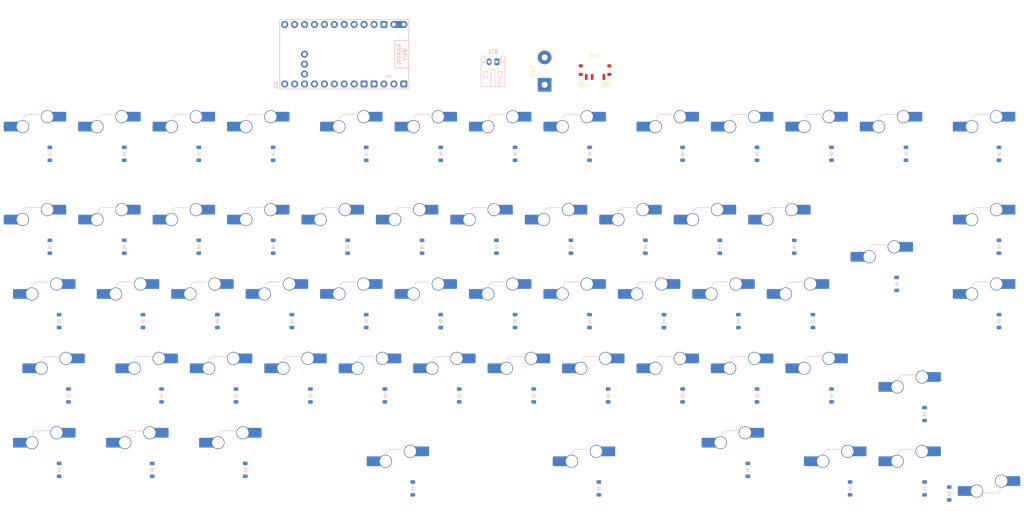
<source format=kicad_pcb>
(kicad_pcb (version 20221018) (generator pcbnew)
  (layers (0 "F.Cu" signal) (31 "B.Cu" signal) (34 "B.Paste" user) (35 "F.Paste" user) (36 "B.SilkS" user "B.Silkscreen") (37 "F.SilkS" user "F.Silkscreen") (38 "B.Mask" user) (39 "F.Mask" user) (44 "Edge.Cuts" user))
  (net 0 "")
  (net 1 "Net-(D1-K)")
  (net 2 "Net-(D1-A)")
  (net 3 "Net-(D2-A)")
  (net 4 "Net-(D3-A)")
  (net 5 "Net-(D4-A)")
  (net 6 "Net-(D5-A)")
  (net 7 "Net-(D6-A)")
  (net 8 "Net-(D7-A)")
  (net 9 "Net-(D8-A)")
  (net 10 "Net-(D9-A)")
  (net 11 "Net-(D10-A)")
  (net 12 "Net-(D11-A)")
  (net 13 "Net-(D12-A)")
  (net 14 "Net-(D13-A)")
  (net 15 "Net-(D14-K)")
  (net 16 "Net-(D14-A)")
  (net 17 "Net-(D15-A)")
  (net 18 "Net-(D16-A)")
  (net 19 "Net-(D17-A)")
  (net 20 "Net-(D18-A)")
  (net 21 "Net-(D19-A)")
  (net 22 "Net-(D20-A)")
  (net 23 "Net-(D21-A)")
  (net 24 "Net-(D22-A)")
  (net 25 "Net-(D23-A)")
  (net 26 "Net-(D24-A)")
  (net 27 "Net-(D25-A)")
  (net 28 "Net-(D26-A)")
  (net 29 "Net-(D27-K)")
  (net 30 "Net-(D27-A)")
  (net 31 "Net-(D28-A)")
  (net 32 "Net-(D29-A)")
  (net 33 "Net-(D30-A)")
  (net 34 "Net-(D31-A)")
  (net 35 "Net-(D32-A)")
  (net 36 "Net-(D33-A)")
  (net 37 "Net-(D34-A)")
  (net 38 "Net-(D35-A)")
  (net 39 "Net-(D36-A)")
  (net 40 "Net-(D37-A)")
  (net 41 "Net-(D38-A)")
  (net 42 "Net-(D39-K)")
  (net 43 "Net-(D39-A)")
  (net 44 "Net-(D40-A)")
  (net 45 "Net-(D41-A)")
  (net 46 "Net-(D42-A)")
  (net 47 "Net-(D43-A)")
  (net 48 "Net-(D44-A)")
  (net 49 "Net-(D45-A)")
  (net 50 "Net-(D46-A)")
  (net 51 "Net-(D47-A)")
  (net 52 "Net-(D48-A)")
  (net 53 "Net-(D49-A)")
  (net 54 "Net-(D50-A)")
  (net 55 "Net-(D51-K)")
  (net 56 "Net-(D51-A)")
  (net 57 "Net-(D52-A)")
  (net 58 "Net-(D53-A)")
  (net 59 "Net-(D54-A)")
  (net 60 "Net-(D55-A)")
  (net 61 "Net-(D56-A)")
  (net 62 "Net-(D57-A)")
  (net 63 "Net-(D58-A)")
  (net 64 "Net-(D59-A)")
  (net 65 "Net-(MX1-Pad1)")
  (net 66 "Net-(MX15-Pad1)")
  (net 67 "Net-(MX16-Pad1)")
  (net 68 "Net-(MX17-Pad1)")
  (net 69 "Net-(MX18-Pad1)")
  (net 70 "Net-(MX19-Pad1)")
  (net 71 "Net-(MX20-Pad1)")
  (net 72 "Net-(MX21-Pad1)")
  (net 73 "Net-(MX22-Pad1)")
  (net 74 "Net-(MX10-Pad1)")
  (net 75 "Net-(MX11-Pad1)")
  (net 76 "Net-(MX12-Pad1)")
  (net 77 "Net-(MX13-Pad1)")
  (net 80 "Net-(BT1-+)")
  (net 81 "gnd")
  (net 90 "bat")
  (net 91 "rst")
  (footprint "PCM_marbastlib-mx:SW_MX_HS_S_1u_REVERSE" (layer "F.Cu") (at 45.6438 78.9051)
    (fp_text reference "MX15" hide)
    (fp_text value "MX_SW_HS" hide)
    (pad "" np_thru_hole circle (at -5.08 0) (size 1.75 1.75) (drill 1.75) (layers "*.Cu" "*.Mask"))
    (pad "" np_thru_hole circle (at 0 0) (size 3.9878 3.9878) (drill 3.9878) (layers "*.Cu" "*.Mask"))
    (pad "" np_thru_hole circle (at 5.08 0) (size 1.75 1.75) (drill 1.75) (layers "*.Cu" "*.Mask"))
    (pad "1" smd roundrect (at -7.36 -2.54) (size 2.55 2.5) (layers "B.Cu" "B.Paste" "B.Mask") (roundrect_rratio 0.1) (net 66 "Net-(MX15-Pad1)"))
    (pad "1" smd rect (at -5.635 -2.54 180) (size 1.65 2.5) (layers "B.Cu") (net 66 "Net-(MX15-Pad1)"))
    (pad "1" thru_hole circle (at -3.81 -2.54) (size 3.3 3.3) (drill 3) (layers "*.Cu" "*.Mask") (net 66 "Net-(MX15-Pad1)"))
    (pad "2" thru_hole circle (at 2.54 -5.08) (size 3.3 3.3) (drill 3) (layers "*.Cu" "*.Mask") (net 17 "Net-(D15-A)"))
    (pad "2" smd rect (at 4.34 -5.08) (size 1.65 2.5) (layers "B.Cu") (net 17 "Net-(D15-A)"))
    (pad "2" smd roundrect (at 6.09 -5.08) (size 2.55 2.5) (layers "B.Cu" "B.Paste" "B.Mask") (roundrect_rratio 0.1) (net 17 "Net-(D15-A)"))
  )
  (footprint "PCM_marbastlib-mx:SW_MX_HS_S_1u_REVERSE" (layer "F.Cu") (at 164.7063 97.9551)
    (fp_text reference "MX34" hide)
    (fp_text value "MX_SW_HS" hide)
    (pad "" np_thru_hole circle (at -5.08 0) (size 1.75 1.75) (drill 1.75) (layers "*.Cu" "*.Mask"))
    (pad "" np_thru_hole circle (at 0 0) (size 3.9878 3.9878) (drill 3.9878) (layers "*.Cu" "*.Mask"))
    (pad "" np_thru_hole circle (at 5.08 0) (size 1.75 1.75) (drill 1.75) (layers "*.Cu" "*.Mask"))
    (pad "1" smd roundrect (at -7.36 -2.54) (size 2.55 2.5) (layers "B.Cu" "B.Paste" "B.Mask") (roundrect_rratio 0.1) (net 72 "Net-(MX21-Pad1)"))
    (pad "1" smd rect (at -5.635 -2.54 180) (size 1.65 2.5) (layers "B.Cu") (net 72 "Net-(MX21-Pad1)"))
    (pad "1" thru_hole circle (at -3.81 -2.54) (size 3.3 3.3) (drill 3) (layers "*.Cu" "*.Mask") (net 72 "Net-(MX21-Pad1)"))
    (pad "2" thru_hole circle (at 2.54 -5.08) (size 3.3 3.3) (drill 3) (layers "*.Cu" "*.Mask") (net 37 "Net-(D34-A)"))
    (pad "2" smd rect (at 4.34 -5.08) (size 1.65 2.5) (layers "B.Cu") (net 37 "Net-(D34-A)"))
    (pad "2" smd roundrect (at 6.09 -5.08) (size 2.55 2.5) (layers "B.Cu" "B.Paste" "B.Mask") (roundrect_rratio 0.1) (net 37 "Net-(D34-A)"))
  )
  (footprint "PCM_marbastlib-mx:SW_MX_HS_S_1u_REVERSE" (layer "F.Cu") (at 88.5063 97.9551)
    (fp_text reference "MX30" hide)
    (fp_text value "MX_SW_HS" hide)
    (pad "" np_thru_hole circle (at -5.08 0) (size 1.75 1.75) (drill 1.75) (layers "*.Cu" "*.Mask"))
    (pad "" np_thru_hole circle (at 0 0) (size 3.9878 3.9878) (drill 3.9878) (layers "*.Cu" "*.Mask"))
    (pad "" np_thru_hole circle (at 5.08 0) (size 1.75 1.75) (drill 1.75) (layers "*.Cu" "*.Mask"))
    (pad "1" smd roundrect (at -7.36 -2.54) (size 2.55 2.5) (layers "B.Cu" "B.Paste" "B.Mask") (roundrect_rratio 0.1) (net 68 "Net-(MX17-Pad1)"))
    (pad "1" smd rect (at -5.635 -2.54 180) (size 1.65 2.5) (layers "B.Cu") (net 68 "Net-(MX17-Pad1)"))
    (pad "1" thru_hole circle (at -3.81 -2.54) (size 3.3 3.3) (drill 3) (layers "*.Cu" "*.Mask") (net 68 "Net-(MX17-Pad1)"))
    (pad "2" thru_hole circle (at 2.54 -5.08) (size 3.3 3.3) (drill 3) (layers "*.Cu" "*.Mask") (net 33 "Net-(D30-A)"))
    (pad "2" smd rect (at 4.34 -5.08) (size 1.65 2.5) (layers "B.Cu") (net 33 "Net-(D30-A)"))
    (pad "2" smd roundrect (at 6.09 -5.08) (size 2.55 2.5) (layers "B.Cu" "B.Paste" "B.Mask") (roundrect_rratio 0.1) (net 33 "Net-(D30-A)"))
  )
  (footprint "PCM_marbastlib-mx:SW_MX_HS_S_1u_REVERSE" (layer "F.Cu") (at 69.4563 97.9551)
    (fp_text reference "MX29" hide)
    (fp_text value "MX_SW_HS" hide)
    (pad "" np_thru_hole circle (at -5.08 0) (size 1.75 1.75) (drill 1.75) (layers "*.Cu" "*.Mask"))
    (pad "" np_thru_hole circle (at 0 0) (size 3.9878 3.9878) (drill 3.9878) (layers "*.Cu" "*.Mask"))
    (pad "" np_thru_hole circle (at 5.08 0) (size 1.75 1.75) (drill 1.75) (layers "*.Cu" "*.Mask"))
    (pad "1" smd roundrect (at -7.36 -2.54) (size 2.55 2.5) (layers "B.Cu" "B.Paste" "B.Mask") (roundrect_rratio 0.1) (net 67 "Net-(MX16-Pad1)"))
    (pad "1" smd rect (at -5.635 -2.54 180) (size 1.65 2.5) (layers "B.Cu") (net 67 "Net-(MX16-Pad1)"))
    (pad "1" thru_hole circle (at -3.81 -2.54) (size 3.3 3.3) (drill 3) (layers "*.Cu" "*.Mask") (net 67 "Net-(MX16-Pad1)"))
    (pad "2" thru_hole circle (at 2.54 -5.08) (size 3.3 3.3) (drill 3) (layers "*.Cu" "*.Mask") (net 32 "Net-(D29-A)"))
    (pad "2" smd rect (at 4.34 -5.08) (size 1.65 2.5) (layers "B.Cu") (net 32 "Net-(D29-A)"))
    (pad "2" smd roundrect (at 6.09 -5.08) (size 2.55 2.5) (layers "B.Cu" "B.Paste" "B.Mask") (roundrect_rratio 0.1) (net 32 "Net-(D29-A)"))
  )
  (footprint "PCM_marbastlib-mx:SW_MX_HS_S_1.25u_REVERSE" (layer "F.Cu") (at 28.97505 97.9551)
    (fp_text reference "MX27" hide)
    (fp_text value "MX_SW_HS" hide)
    (pad "" np_thru_hole circle (at -5.08 0) (size 1.75 1.75) (drill 1.75) (layers "*.Cu" "*.Mask"))
    (pad "" np_thru_hole circle (at 0 0) (size 3.9878 3.9878) (drill 3.9878) (layers "*.Cu" "*.Mask"))
    (pad "" np_thru_hole circle (at 5.08 0) (size 1.75 1.75) (drill 1.75) (layers "*.Cu" "*.Mask"))
    (pad "1" smd roundrect (at -7.36 -2.54) (size 2.55 2.5) (layers "B.Cu" "B.Paste" "B.Mask") (roundrect_rratio 0.1) (net 65 "Net-(MX1-Pad1)"))
    (pad "1" smd rect (at -5.635 -2.54 180) (size 1.65 2.5) (layers "B.Cu") (net 65 "Net-(MX1-Pad1)"))
    (pad "1" thru_hole circle (at -3.81 -2.54) (size 3.3 3.3) (drill 3) (layers "*.Cu" "*.Mask") (net 65 "Net-(MX1-Pad1)"))
    (pad "2" thru_hole circle (at 2.54 -5.08) (size 3.3 3.3) (drill 3) (layers "*.Cu" "*.Mask") (net 30 "Net-(D27-A)"))
    (pad "2" smd rect (at 4.34 -5.08) (size 1.65 2.5) (layers "B.Cu") (net 30 "Net-(D27-A)"))
    (pad "2" smd roundrect (at 6.09 -5.08) (size 2.55 2.5) (layers "B.Cu" "B.Paste" "B.Mask") (roundrect_rratio 0.1) (net 30 "Net-(D27-A)"))
  )
  (footprint "PCM_marbastlib-mx:SW_MX_HS_S_1u_REVERSE" (layer "F.Cu") (at 198.0438 78.9051)
    (fp_text reference "MX23" hide)
    (fp_text value "MX_SW_HS" hide)
    (pad "" np_thru_hole circle (at -5.08 0) (size 1.75 1.75) (drill 1.75) (layers "*.Cu" "*.Mask"))
    (pad "" np_thru_hole circle (at 0 0) (size 3.9878 3.9878) (drill 3.9878) (layers "*.Cu" "*.Mask"))
    (pad "" np_thru_hole circle (at 5.08 0) (size 1.75 1.75) (drill 1.75) (layers "*.Cu" "*.Mask"))
    (pad "1" smd roundrect (at -7.36 -2.54) (size 2.55 2.5) (layers "B.Cu" "B.Paste" "B.Mask") (roundrect_rratio 0.1) (net 74 "Net-(MX10-Pad1)"))
    (pad "1" smd rect (at -5.635 -2.54 180) (size 1.65 2.5) (layers "B.Cu") (net 74 "Net-(MX10-Pad1)"))
    (pad "1" thru_hole circle (at -3.81 -2.54) (size 3.3 3.3) (drill 3) (layers "*.Cu" "*.Mask") (net 74 "Net-(MX10-Pad1)"))
    (pad "2" thru_hole circle (at 2.54 -5.08) (size 3.3 3.3) (drill 3) (layers "*.Cu" "*.Mask") (net 25 "Net-(D23-A)"))
    (pad "2" smd rect (at 4.34 -5.08) (size 1.65 2.5) (layers "B.Cu") (net 25 "Net-(D23-A)"))
    (pad "2" smd roundrect (at 6.09 -5.08) (size 2.55 2.5) (layers "B.Cu" "B.Paste" "B.Mask") (roundrect_rratio 0.1) (net 25 "Net-(D23-A)"))
  )
  (footprint "PCM_marbastlib-mx:SW_MX_HS_S_1u_REVERSE" (layer "F.Cu") (at 64.6938 55.0926)
    (fp_text reference "MX3" hide)
    (fp_text value "MX_SW_HS" hide)
    (pad "" np_thru_hole circle (at -5.08 0) (size 1.75 1.75) (drill 1.75) (layers "*.Cu" "*.Mask"))
    (pad "" np_thru_hole circle (at 0 0) (size 3.9878 3.9878) (drill 3.9878) (layers "*.Cu" "*.Mask"))
    (pad "" np_thru_hole circle (at 5.08 0) (size 1.75 1.75) (drill 1.75) (layers "*.Cu" "*.Mask"))
    (pad "1" smd roundrect (at -7.36 -2.54) (size 2.55 2.5) (layers "B.Cu" "B.Paste" "B.Mask") (roundrect_rratio 0.1) (net 67 "Net-(MX16-Pad1)"))
    (pad "1" smd rect (at -5.635 -2.54 180) (size 1.65 2.5) (layers "B.Cu") (net 67 "Net-(MX16-Pad1)"))
    (pad "1" thru_hole circle (at -3.81 -2.54) (size 3.3 3.3) (drill 3) (layers "*.Cu" "*.Mask") (net 67 "Net-(MX16-Pad1)"))
    (pad "2" thru_hole circle (at 2.54 -5.08) (size 3.3 3.3) (drill 3) (layers "*.Cu" "*.Mask") (net 4 "Net-(D3-A)"))
    (pad "2" smd rect (at 4.34 -5.08) (size 1.65 2.5) (layers "B.Cu") (net 4 "Net-(D3-A)"))
    (pad "2" smd roundrect (at 6.09 -5.08) (size 2.55 2.5) (layers "B.Cu" "B.Paste" "B.Mask") (roundrect_rratio 0.1) (net 4 "Net-(D3-A)"))
  )
  (footprint "PCM_marbastlib-mx:SW_MX_HS_S_1.25u_REVERSE" (layer "F.Cu") (at 76.60005 136.0551)
    (fp_text reference "MX53" hide)
    (fp_text value "MX_SW_HS" hide)
    (pad "" np_thru_hole circle (at -5.08 0) (size 1.75 1.75) (drill 1.75) (layers "*.Cu" "*.Mask"))
    (pad "" np_thru_hole circle (at 0 0) (size 3.9878 3.9878) (drill 3.9878) (layers "*.Cu" "*.Mask"))
    (pad "" np_thru_hole circle (at 5.08 0) (size 1.75 1.75) (drill 1.75) (layers "*.Cu" "*.Mask"))
    (pad "1" smd roundrect (at -7.36 -2.54) (size 2.55 2.5) (layers "B.Cu" "B.Paste" "B.Mask") (roundrect_rratio 0.1) (net 67 "Net-(MX16-Pad1)"))
    (pad "1" smd rect (at -5.635 -2.54 180) (size 1.65 2.5) (layers "B.Cu") (net 67 "Net-(MX16-Pad1)"))
    (pad "1" thru_hole circle (at -3.81 -2.54) (size 3.3 3.3) (drill 3) (layers "*.Cu" "*.Mask") (net 67 "Net-(MX16-Pad1)"))
    (pad "2" thru_hole circle (at 2.54 -5.08) (size 3.3 3.3) (drill 3) (layers "*.Cu" "*.Mask") (net 58 "Net-(D53-A)"))
    (pad "2" smd rect (at 4.34 -5.08) (size 1.65 2.5) (layers "B.Cu") (net 58 "Net-(D53-A)"))
    (pad "2" smd roundrect (at 6.09 -5.08) (size 2.55 2.5) (layers "B.Cu" "B.Paste" "B.Mask") (roundrect_rratio 0.1) (net 58 "Net-(D53-A)"))
  )
  (footprint "PCM_marbastlib-mx:SW_MX_HS_S_1u_REVERSE" (layer "F.Cu") (at 45.6438 55.0926)
    (fp_text reference "MX2" hide)
    (fp_text value "MX_SW_HS" hide)
    (pad "" np_thru_hole circle (at -5.08 0) (size 1.75 1.75) (drill 1.75) (layers "*.Cu" "*.Mask"))
    (pad "" np_thru_hole circle (at 0 0) (size 3.9878 3.9878) (drill 3.9878) (layers "*.Cu" "*.Mask"))
    (pad "" np_thru_hole circle (at 5.08 0) (size 1.75 1.75) (drill 1.75) (layers "*.Cu" "*.Mask"))
    (pad "1" smd roundrect (at -7.36 -2.54) (size 2.55 2.5) (layers "B.Cu" "B.Paste" "B.Mask") (roundrect_rratio 0.1) (net 66 "Net-(MX15-Pad1)"))
    (pad "1" smd rect (at -5.635 -2.54 180) (size 1.65 2.5) (layers "B.Cu") (net 66 "Net-(MX15-Pad1)"))
    (pad "1" thru_hole circle (at -3.81 -2.54) (size 3.3 3.3) (drill 3) (layers "*.Cu" "*.Mask") (net 66 "Net-(MX15-Pad1)"))
    (pad "2" thru_hole circle (at 2.54 -5.08) (size 3.3 3.3) (drill 3) (layers "*.Cu" "*.Mask") (net 3 "Net-(D2-A)"))
    (pad "2" smd rect (at 4.34 -5.08) (size 1.65 2.5) (layers "B.Cu") (net 3 "Net-(D2-A)"))
    (pad "2" smd roundrect (at 6.09 -5.08) (size 2.55 2.5) (layers "B.Cu" "B.Paste" "B.Mask") (roundrect_rratio 0.1) (net 3 "Net-(D2-A)"))
  )
  (footprint "PCM_marbastlib-mx:SW_MX_HS_S_1u_REVERSE" (layer "F.Cu") (at 102.7938 78.9051)
    (fp_text reference "MX18" hide)
    (fp_text value "MX_SW_HS" hide)
    (pad "" np_thru_hole circle (at -5.08 0) (size 1.75 1.75) (drill 1.75) (layers "*.Cu" "*.Mask"))
    (pad "" np_thru_hole circle (at 0 0) (size 3.9878 3.9878) (drill 3.9878) (layers "*.Cu" "*.Mask"))
    (pad "" np_thru_hole circle (at 5.08 0) (size 1.75 1.75) (drill 1.75) (layers "*.Cu" "*.Mask"))
    (pad "1" smd roundrect (at -7.36 -2.54) (size 2.55 2.5) (layers "B.Cu" "B.Paste" "B.Mask") (roundrect_rratio 0.1) (net 69 "Net-(MX18-Pad1)"))
    (pad "1" smd rect (at -5.635 -2.54 180) (size 1.65 2.5) (layers "B.Cu") (net 69 "Net-(MX18-Pad1)"))
    (pad "1" thru_hole circle (at -3.81 -2.54) (size 3.3 3.3) (drill 3) (layers "*.Cu" "*.Mask") (net 69 "Net-(MX18-Pad1)"))
    (pad "2" thru_hole circle (at 2.54 -5.08) (size 3.3 3.3) (drill 3) (layers "*.Cu" "*.Mask") (net 20 "Net-(D18-A)"))
    (pad "2" smd rect (at 4.34 -5.08) (size 1.65 2.5) (layers "B.Cu") (net 20 "Net-(D18-A)"))
    (pad "2" smd roundrect (at 6.09 -5.08) (size 2.55 2.5) (layers "B.Cu" "B.Paste" "B.Mask") (roundrect_rratio 0.1) (net 20 "Net-(D18-A)"))
  )
  (footprint "PCM_marbastlib-mx:SW_MX_HS_S_1u_REVERSE" (layer "F.Cu") (at 178.9938 78.9051)
    (fp_text reference "MX22" hide)
    (fp_text value "MX_SW_HS" hide)
    (pad "" np_thru_hole circle (at -5.08 0) (size 1.75 1.75) (drill 1.75) (layers "*.Cu" "*.Mask"))
    (pad "" np_thru_hole circle (at 0 0) (size 3.9878 3.9878) (drill 3.9878) (layers "*.Cu" "*.Mask"))
    (pad "" np_thru_hole circle (at 5.08 0) (size 1.75 1.75) (drill 1.75) (layers "*.Cu" "*.Mask"))
    (pad "1" smd roundrect (at -7.36 -2.54) (size 2.55 2.5) (layers "B.Cu" "B.Paste" "B.Mask") (roundrect_rratio 0.1) (net 73 "Net-(MX22-Pad1)"))
    (pad "1" smd rect (at -5.635 -2.54 180) (size 1.65 2.5) (layers "B.Cu") (net 73 "Net-(MX22-Pad1)"))
    (pad "1" thru_hole circle (at -3.81 -2.54) (size 3.3 3.3) (drill 3) (layers "*.Cu" "*.Mask") (net 73 "Net-(MX22-Pad1)"))
    (pad "2" thru_hole circle (at 2.54 -5.08) (size 3.3 3.3) (drill 3) (layers "*.Cu" "*.Mask") (net 24 "Net-(D22-A)"))
    (pad "2" smd rect (at 4.34 -5.08) (size 1.65 2.5) (layers "B.Cu") (net 24 "Net-(D22-A)"))
    (pad "2" smd roundrect (at 6.09 -5.08) (size 2.55 2.5) (layers "B.Cu" "B.Paste" "B.Mask") (roundrect_rratio 0.1) (net 24 "Net-(D22-A)"))
  )
  (footprint "PCM_marbastlib-mx:SW_MX_HS_S_1u_REVERSE" (layer "F.Cu") (at 126.6063 97.9551)
    (fp_text reference "MX32" hide)
    (fp_text value "MX_SW_HS" hide)
    (pad "" np_thru_hole circle (at -5.08 0) (size 1.75 1.75) (drill 1.75) (layers "*.Cu" "*.Mask"))
    (pad "" np_thru_hole circle (at 0 0) (size 3.9878 3.9878) (drill 3.9878) (layers "*.Cu" "*.Mask"))
    (pad "" np_thru_hole circle (at 5.08 0) (size 1.75 1.75) (drill 1.75) (layers "*.Cu" "*.Mask"))
    (pad "1" smd roundrect (at -7.36 -2.54) (size 2.55 2.5) (layers "B.Cu" "B.Paste" "B.Mask") (roundrect_rratio 0.1) (net 70 "Net-(MX19-Pad1)"))
    (pad "1" smd rect (at -5.635 -2.54 180) (size 1.65 2.5) (layers "B.Cu") (net 70 "Net-(MX19-Pad1)"))
    (pad "1" thru_hole circle (at -3.81 -2.54) (size 3.3 3.3) (drill 3) (layers "*.Cu" "*.Mask") (net 70 "Net-(MX19-Pad1)"))
    (pad "2" thru_hole circle (at 2.54 -5.08) (size 3.3 3.3) (drill 3) (layers "*.Cu" "*.Mask") (net 35 "Net-(D32-A)"))
    (pad "2" smd rect (at 4.34 -5.08) (size 1.65 2.5) (layers "B.Cu") (net 35 "Net-(D32-A)"))
    (pad "2" smd roundrect (at 6.09 -5.08) (size 2.55 2.5) (layers "B.Cu" "B.Paste" "B.Mask") (roundrect_rratio 0.1) (net 35 "Net-(D32-A)"))
  )
  (footprint "PCM_marbastlib-mx:SW_MX_HS_S_1u_REVERSE" (layer "F.Cu") (at 107.5563 97.9551)
    (fp_text reference "MX31" hide)
    (fp_text value "MX_SW_HS" hide)
    (pad "" np_thru_hole circle (at -5.08 0) (size 1.75 1.75) (drill 1.75) (layers "*.Cu" "*.Mask"))
    (pad "" np_thru_hole circle (at 0 0) (size 3.9878 3.9878) (drill 3.9878) (layers "*.Cu" "*.Mask"))
    (pad "" np_thru_hole circle (at 5.08 0) (size 1.75 1.75) (drill 1.75) (layers "*.Cu" "*.Mask"))
    (pad "1" smd roundrect (at -7.36 -2.54) (size 2.55 2.5) (layers "B.Cu" "B.Paste" "B.Mask") (roundrect_rratio 0.1) (net 69 "Net-(MX18-Pad1)"))
    (pad "1" smd rect (at -5.635 -2.54 180) (size 1.65 2.5) (layers "B.Cu") (net 69 "Net-(MX18-Pad1)"))
    (pad "1" thru_hole circle (at -3.81 -2.54) (size 3.3 3.3) (drill 3) (layers "*.Cu" "*.Mask") (net 69 "Net-(MX18-Pad1)"))
    (pad "2" thru_hole circle (at 2.54 -5.08) (size 3.3 3.3) (drill 3) (layers "*.Cu" "*.Mask") (net 34 "Net-(D31-A)"))
    (pad "2" smd rect (at 4.34 -5.08) (size 1.65 2.5) (layers "B.Cu") (net 34 "Net-(D31-A)"))
    (pad "2" smd roundrect (at 6.09 -5.08) (size 2.55 2.5) (layers "B.Cu" "B.Paste" "B.Mask") (roundrect_rratio 0.1) (net 34 "Net-(D31-A)"))
  )
  (footprint "PCM_marbastlib-mx:SW_MX_HS_S_1u_REVERSE" (layer "F.Cu") (at 269.4813 140.8176 180)
    (fp_text reference "MX59" hide)
    (fp_text value "MX_SW_HS" hide)
    (pad "" np_thru_hole circle (at -5.08 0 180) (size 1.75 1.75) (drill 1.75) (layers "*.Cu" "*.Mask"))
    (pad "" np_thru_hole circle (at 0 0 180) (size 3.9878 3.9878) (drill 3.9878) (layers "*.Cu" "*.Mask"))
    (pad "" np_thru_hole circle (at 5.08 0 180) (size 1.75 1.75) (drill 1.75) (layers "*.Cu" "*.Mask"))
    (pad "1" smd roundrect (at -7.36 -2.54 180) (size 2.55 2.5) (layers "B.Cu" "B.Paste" "B.Mask") (roundrect_rratio 0.1) (net 77 "Net-(MX13-Pad1)"))
    (pad "1" smd rect (at -5.635 -2.54) (size 1.65 2.5) (layers "B.Cu") (net 77 "Net-(MX13-Pad1)"))
    (pad "1" thru_hole circle (at -3.81 -2.54 180) (size 3.3 3.3) (drill 3) (layers "*.Cu" "*.Mask") (net 77 "Net-(MX13-Pad1)"))
    (pad "2" thru_hole circle (at 2.54 -5.08 180) (size 3.3 3.3) (drill 3) (layers "*.Cu" "*.Mask") (net 64 "Net-(D59-A)"))
    (pad "2" smd rect (at 4.34 -5.08 180) (size 1.65 2.5) (layers "B.Cu") (net 64 "Net-(D59-A)"))
    (pad "2" smd roundrect (at 6.09 -5.08 180) (size 2.55 2.5) (layers "B.Cu" "B.Paste" "B.Mask") (roundrect_rratio 0.1) (net 64 "Net-(D59-A)"))
  )
  (footprint "PCM_marbastlib-mx:SW_MX_HS_S_1u_REVERSE" (layer "F.Cu") (at 131.3688 117.0051)
    (fp_text reference "MX44" hide)
    (fp_text value "MX_SW_HS" hide)
    (pad "" np_thru_hole circle (at -5.08 0) (size 1.75 1.75) (drill 1.75) (layers "*.Cu" "*.Mask"))
    (pad "" np_thru_hole circle (at 0 0) (size 3.9878 3.9878) (drill 3.9878) (layers "*.Cu" "*.Mask"))
    (pad "" np_thru_hole circle (at 5.08 0) (size 1.75 1.75) (drill 1.75) (layers "*.Cu" "*.Mask"))
    (pad "1" smd roundrect (at -7.36 -2.54) (size 2.55 2.5) (layers "B.Cu" "B.Paste" "B.Mask") (roundrect_rratio 0.1) (net 70 "Net-(MX19-Pad1)"))
    (pad "1" smd rect (at -5.635 -2.54 180) (size 1.65 2.5) (layers "B.Cu") (net 70 "Net-(MX19-Pad1)"))
    (pad "1" thru_hole circle (at -3.81 -2.54) (size 3.3 3.3) (drill 3) (layers "*.Cu" "*.Mask") (net 70 "Net-(MX19-Pad1)"))
    (pad "2" thru_hole circle (at 2.54 -5.08) (size 3.3 3.3) (drill 3) (layers "*.Cu" "*.Mask") (net 48 "Net-(D44-A)"))
    (pad "2" smd rect (at 4.34 -5.08) (size 1.65 2.5) (layers "B.Cu") (net 48 "Net-(D44-A)"))
    (pad "2" smd roundrect (at 6.09 -5.08) (size 2.55 2.5) (layers "B.Cu" "B.Paste" "B.Mask") (roundrect_rratio 0.1) (net 48 "Net-(D44-A)"))
  )
  (footprint "PCM_marbastlib-mx:SW_MX_HS_S_1.25u_REVERSE" (layer "F.Cu") (at 28.97505 136.0551)
    (fp_text reference "MX51" hide)
    (fp_text value "MX_SW_HS" hide)
    (pad "" np_thru_hole circle (at -5.08 0) (size 1.75 1.75) (drill 1.75) (layers "*.Cu" "*.Mask"))
    (pad "" np_thru_hole circle (at 0 0) (size 3.9878 3.9878) (drill 3.9878) (layers "*.Cu" "*.Mask"))
    (pad "" np_thru_hole circle (at 5.08 0) (size 1.75 1.75) (drill 1.75) (layers "*.Cu" "*.Mask"))
    (pad "1" smd roundrect (at -7.36 -2.54) (size 2.55 2.5) (layers "B.Cu" "B.Paste" "B.Mask") (roundrect_rratio 0.1) (net 65 "Net-(MX1-Pad1)"))
    (pad "1" smd rect (at -5.635 -2.54 180) (size 1.65 2.5) (layers "B.Cu") (net 65 "Net-(MX1-Pad1)"))
    (pad "1" thru_hole circle (at -3.81 -2.54) (size 3.3 3.3) (drill 3) (layers "*.Cu" "*.Mask") (net 65 "Net-(MX1-Pad1)"))
    (pad "2" thru_hole circle (at 2.54 -5.08) (size 3.3 3.3) (drill 3) (layers "*.Cu" "*.Mask") (net 56 "Net-(D51-A)"))
    (pad "2" smd rect (at 4.34 -5.08) (size 1.65 2.5) (layers "B.Cu") (net 56 "Net-(D51-A)"))
    (pad "2" smd roundrect (at 6.09 -5.08) (size 2.55 2.5) (layers "B.Cu" "B.Paste" "B.Mask") (roundrect_rratio 0.1) (net 56 "Net-(D51-A)"))
  )
  (footprint "PCM_marbastlib-mx:SW_MX_HS_S_1u_REVERSE" (layer "F.Cu") (at 188.5188 117.0051)
    (fp_text reference "MX47" hide)
    (fp_text value "MX_SW_HS" hide)
    (pad "" np_thru_hole circle (at -5.08 0) (size 1.75 1.75) (drill 1.75) (layers "*.Cu" "*.Mask"))
    (pad "" np_thru_hole circle (at 0 0) (size 3.9878 3.9878) (drill 3.9878) (layers "*.Cu" "*.Mask"))
    (pad "" np_thru_hole circle (at 5.08 0) (size 1.75 1.75) (drill 1.75) (layers "*.Cu" "*.Mask"))
    (pad "1" smd roundrect (at -7.36 -2.54) (size 2.55 2.5) (layers "B.Cu" "B.Paste" "B.Mask") (roundrect_rratio 0.1) (net 73 "Net-(MX22-Pad1)"))
    (pad "1" smd rect (at -5.635 -2.54 180) (size 1.65 2.5) (layers "B.Cu") (net 73 "Net-(MX22-Pad1)"))
    (pad "1" thru_hole circle (at -3.81 -2.54) (size 3.3 3.3) (drill 3) (layers "*.Cu" "*.Mask") (net 73 "Net-(MX22-Pad1)"))
    (pad "2" thru_hole circle (at 2.54 -5.08) (size 3.3 3.3) (drill 3) (layers "*.Cu" "*.Mask") (net 51 "Net-(D47-A)"))
    (pad "2" smd rect (at 4.34 -5.08) (size 1.65 2.5) (layers "B.Cu") (net 51 "Net-(D47-A)"))
    (pad "2" smd roundrect (at 6.09 -5.08) (size 2.55 2.5) (layers "B.Cu" "B.Paste" "B.Mask") (roundrect_rratio 0.1) (net 51 "Net-(D47-A)"))
  )
  (footprint "PCM_marbastlib-mx:SW_MX_HS_S_1u_REVERSE" (layer "F.Cu") (at 167.08755 140.8176)
    (fp_text reference "MX56" hide)
    (fp_text value "MX_SW_HS" hide)
    (pad "" np_thru_hole circle (at -5.08 0) (size 1.75 1.75) (drill 1.75) (layers "*.Cu" "*.Mask"))
    (pad "" np_thru_hole circle (at 0 0) (size 3.9878 3.9878) (drill 3.9878) (layers "*.Cu" "*.Mask"))
    (pad "" np_thru_hole circle (at 5.08 0) (size 1.75 1.75) (drill 1.75) (layers "*.Cu" "*.Mask"))
    (pad "1" smd roundrect (at -7.36 -2.54) (size 2.55 2.5) (layers "B.Cu" "B.Paste" "B.Mask") (roundrect_rratio 0.1) (net 72 "Net-(MX21-Pad1)"))
    (pad "1" smd rect (at -5.635 -2.54 180) (size 1.65 2.5) (layers "B.Cu") (net 72 "Net-(MX21-Pad1)"))
    (pad "1" thru_hole circle (at -3.81 -2.54) (size 3.3 3.3) (drill 3) (layers "*.Cu" "*.Mask") (net 72 "Net-(MX21-Pad1)"))
    (pad "2" thru_hole circle (at 2.54 -5.08) (size 3.3 3.3) (drill 3) (layers "*.Cu" "*.Mask") (net 61 "Net-(D56-A)"))
    (pad "2" smd rect (at 4.34 -5.08) (size 1.65 2.5) (layers "B.Cu") (net 61 "Net-(D56-A)"))
    (pad "2" smd roundrect (at 6.09 -5.08) (size 2.55 2.5) (layers "B.Cu" "B.Paste" "B.Mask") (roundrect_rratio 0.1) (net 61 "Net-(D56-A)"))
  )
  (footprint "PCM_marbastlib-mx:SW_MX_HS_S_1u_REVERSE" (layer "F.Cu") (at 269.4813 78.9051)
    (fp_text reference "MX26" hide)
    (fp_text value "MX_SW_HS" hide)
    (pad "" np_thru_hole circle (at -5.08 0) (size 1.75 1.75) (drill 1.75) (layers "*.Cu" "*.Mask"))
    (pad "" np_thru_hole circle (at 0 0) (size 3.9878 3.9878) (drill 3.9878) (layers "*.Cu" "*.Mask"))
    (pad "" np_thru_hole circle (at 5.08 0) (size 1.75 1.75) (drill 1.75) (layers "*.Cu" "*.Mask"))
    (pad "1" smd roundrect (at -7.36 -2.54) (size 2.55 2.5) (layers "B.Cu" "B.Paste" "B.Mask") (roundrect_rratio 0.1) (net 77 "Net-(MX13-Pad1)"))
    (pad "1" smd rect (at -5.635 -2.54 180) (size 1.65 2.5) (layers "B.Cu") (net 77 "Net-(MX13-Pad1)"))
    (pad "1" thru_hole circle (at -3.81 -2.54) (size 3.3 3.3) (drill 3) (layers "*.Cu" "*.Mask") (net 77 "Net-(MX13-Pad1)"))
    (pad "2" thru_hole circle (at 2.54 -5.08) (size 3.3 3.3) (drill 3) (layers "*.Cu" "*.Mask") (net 28 "Net-(D26-A)"))
    (pad "2" smd rect (at 4.34 -5.08) (size 1.65 2.5) (layers "B.Cu") (net 28 "Net-(D26-A)"))
    (pad "2" smd roundrect (at 6.09 -5.08) (size 2.55 2.5) (layers "B.Cu" "B.Paste" "B.Mask") (roundrect_rratio 0.1) (net 28 "Net-(D26-A)"))
  )
  (footprint "Kicad footprints:MSK-12C02" (layer "F.Cu") (at 169.2896 38.0746)
    (fp_text reference "SW1" (at 0 -3.81 -360) (layer "F.SilkS"))
    (fp_text value "SW_DIP_x01")
    (fp_text user "On" (at -2.95 3.75 unlocked) (layer "F.SilkS") (effects (font (size 1.3 1.3) (thickness 0.2))))
    (fp_text user "Off" (at 2.75 3.75 unlocked) (layer "F.SilkS") (effects (font (size 1.3 1.3) (thickness 0.2))))
    (pad "" smd roundrect (at -3.65 -1.1 180) (size 1 0.8) (layers "F.Cu" "F.Paste" "F.Mask"))
    (pad "" smd roundrect (at -3.65 1.11 180) (size 1 0.8) (layers "F.Cu" "F.Paste" "F.Mask"))
    (pad "" np_thru_hole circle (at -1.5 0 180) (size 0.9 0.9) (drill 0.9) (layers "*.Cu" "*.Mask"))
    (pad "" np_thru_hole circle (at 1.5 0 180) (size 0.9 0.9) (drill 0.9) (layers "*.Cu" "*.Mask"))
    (pad "" smd roundrect (at 3.65 -1.1 180) (size 1 0.8) (layers "F.Cu" "F.Paste" "F.Mask"))
    (pad "" smd roundrect (at 3.65 1.11 180) (size 1 0.8) (layers "F.Cu" "F.Paste" "F.Mask"))
    (pad "1" smd roundrect (at -2.25 1.76 180) (size 0.7 1.5) (layers "F.Cu" "F.Paste" "F.Mask") (net 80 "Net-(BT1-+)"))
    (pad "2" smd roundrect (at -0.75 1.76 180) (size 0.7 1.5) (layers "F.Cu" "F.Paste" "F.Mask") (net 90 "bat"))
    (pad "3" smd roundrect (at 2.25 1.76 180) (size 0.7 1.5) (layers "F.Cu" "F.Paste" "F.Mask"))
  )
  (footprint "PCM_marbastlib-mx:SW_MX_HS_S_1u_REVERSE" (layer "F.Cu") (at 74.2188 117.0051)
    (fp_text reference "MX41" hide)
    (fp_text value "MX_SW_HS" hide)
    (pad "" np_thru_hole circle (at -5.08 0) (size 1.75 1.75) (drill 1.75) (layers "*.Cu" "*.Mask"))
    (pad "" np_thru_hole circle (at 0 0) (size 3.9878 3.9878) (drill 3.9878) (layers "*.Cu" "*.Mask"))
    (pad "" np_thru_hole circle (at 5.08 0) (size 1.75 1.75) (drill 1.75) (layers "*.Cu" "*.Mask"))
    (pad "1" smd roundrect (at -7.36 -2.54) (size 2.55 2.5) (layers "B.Cu" "B.Paste" "B.Mask") (roundrect_rratio 0.1) (net 67 "Net-(MX16-Pad1)"))
    (pad "1" smd rect (at -5.635 -2.54 180) (size 1.65 2.5) (layers "B.Cu") (net 67 "Net-(MX16-Pad1)"))
    (pad "1" thru_hole circle (at -3.81 -2.54) (size 3.3 3.3) (drill 3) (layers "*.Cu" "*.Mask") (net 67 "Net-(MX16-Pad1)"))
    (pad "2" thru_hole circle (at 2.54 -5.08) (size 3.3 3.3) (drill 3) (layers "*.Cu" "*.Mask") (net 45 "Net-(D41-A)"))
    (pad "2" smd rect (at 4.34 -5.08) (size 1.65 2.5) (layers "B.Cu") (net 45 "Net-(D41-A)"))
    (pad "2" smd roundrect (at 6.09 -5.08) (size 2.55 2.5) (layers "B.Cu" "B.Paste" "B.Mask") (roundrect_rratio 0.1) (net 45 "Net-(D41-A)"))
  )
  (footprint "PCM_marbastlib-mx:SW_MX_HS_S_1u_REVERSE" (layer "F.Cu") (at 269.4813 55.0926)
    (fp_text reference "MX13" hide)
    (fp_text value "MX_SW_HS" hide)
    (pad "" np_thru_hole circle (at -5.08 0) (size 1.75 1.75) (drill 1.75) (layers "*.Cu" "*.Mask"))
    (pad "" np_thru_hole circle (at 0 0) (size 3.9878 3.9878) (drill 3.9878) (layers "*.Cu" "*.Mask"))
    (pad "" np_thru_hole circle (at 5.08 0) (size 1.75 1.75) (drill 1.75) (layers "*.Cu" "*.Mask"))
    (pad "1" smd roundrect (at -7.36 -2.54) (size 2.55 2.5) (layers "B.Cu" "B.Paste" "B.Mask") (roundrect_rratio 0.1) (net 77 "Net-(MX13-Pad1)"))
    (pad "1" smd rect (at -5.635 -2.54 180) (size 1.65 2.5) (layers "B.Cu") (net 77 "Net-(MX13-Pad1)"))
    (pad "1" thru_hole circle (at -3.81 -2.54) (size 3.3 3.3) (drill 3) (layers "*.Cu" "*.Mask") (net 77 "Net-(MX13-Pad1)"))
    (pad "2" thru_hole circle (at 2.54 -5.08) (size 3.3 3.3) (drill 3) (layers "*.Cu" "*.Mask") (net 14 "Net-(D13-A)"))
    (pad "2" smd rect (at 4.34 -5.08) (size 1.65 2.5) (layers "B.Cu") (net 14 "Net-(D13-A)"))
    (pad "2" smd roundrect (at 6.09 -5.08) (size 2.55 2.5) (layers "B.Cu" "B.Paste" "B.Mask") (roundrect_rratio 0.1) (net 14 "Net-(D13-A)"))
  )
  (footprint "PCM_marbastlib-mx:SW_MX_HS_S_1u_REVERSE" (layer "F.Cu") (at 83.7438 55.0926)
    (fp_text reference "MX4" hide)
    (fp_text value "MX_SW_HS" hide)
    (pad "" np_thru_hole circle (at -5.08 0) (size 1.75 1.75) (drill 1.75) (layers "*.Cu" "*.Mask"))
    (pad "" np_thru_hole circle (at 0 0) (size 3.9878 3.9878) (drill 3.9878) (layers "*.Cu" "*.Mask"))
    (pad "" np_thru_hole circle (at 5.08 0) (size 1.75 1.75) (drill 1.75) (layers "*.Cu" "*.Mask"))
    (pad "1" smd roundrect (at -7.36 -2.54) (size 2.55 2.5) (layers "B.Cu" "B.Paste" "B.Mask") (roundrect_rratio 0.1) (net 68 "Net-(MX17-Pad1)"))
    (pad "1" smd rect (at -5.635 -2.54 180) (size 1.65 2.5) (layers "B.Cu") (net 68 "Net-(MX17-Pad1)"))
    (pad "1" thru_hole circle (at -3.81 -2.54) (size 3.3 3.3) (drill 3) (layers "*.Cu" "*.Mask") (net 68 "Net-(MX17-Pad1)"))
    (pad "2" thru_hole circle (at 2.54 -5.08) (size 3.3 3.3) (drill 3) (layers "*.Cu" "*.Mask") (net 5 "Net-(D4-A)"))
    (pad "2" smd rect (at 4.34 -5.08) (size 1.65 2.5) (layers "B.Cu") (net 5 "Net-(D4-A)"))
    (pad "2" smd roundrect (at 6.09 -5.08) (size 2.55 2.5) (layers "B.Cu" "B.Paste" "B.Mask") (roundrect_rratio 0.1) (net 5 "Net-(D4-A)"))
  )
  (footprint "PCM_marbastlib-mx:SW_MX_HS_S_1u_REVERSE" (layer "F.Cu") (at 140.8938 78.9051)
    (fp_text reference "MX20" hide)
    (fp_text value "MX_SW_HS" hide)
    (pad "" np_thru_hole circle (at -5.08 0) (size 1.75 1.75) (drill 1.75) (layers "*.Cu" "*.Mask"))
    (pad "" np_thru_hole circle (at 0 0) (size 3.9878 3.9878) (drill 3.9878) (layers "*.Cu" "*.Mask"))
    (pad "" np_thru_hole circle (at 5.08 0) (size 1.75 1.75) (drill 1.75) (layers "*.Cu" "*.Mask"))
    (pad "1" smd roundrect (at -7.36 -2.54) (size 2.55 2.5) (layers "B.Cu" "B.Paste" "B.Mask") (roundrect_rratio 0.1) (net 71 "Net-(MX20-Pad1)"))
    (pad "1" smd rect (at -5.635 -2.54 180) (size 1.65 2.5) (layers "B.Cu") (net 71 "Net-(MX20-Pad1)"))
    (pad "1" thru_hole circle (at -3.81 -2.54) (size 3.3 3.3) (drill 3) (layers "*.Cu" "*.Mask") (net 71 "Net-(MX20-Pad1)"))
    (pad "2" thru_hole circle (at 2.54 -5.08) (size 3.3 3.3) (drill 3) (layers "*.Cu" "*.Mask") (net 22 "Net-(D20-A)"))
    (pad "2" smd rect (at 4.34 -5.08) (size 1.65 2.5) (layers "B.Cu") (net 22 "Net-(D20-A)"))
    (pad "2" smd roundrect (at 6.09 -5.08) (size 2.55 2.5) (layers "B.Cu" "B.Paste" "B.Mask") (roundrect_rratio 0.1) (net 22 "Net-(D20-A)"))
  )
  (footprint "PCM_marbastlib-mx:SW_MX_HS_S_1u_REVERSE" (layer "F.Cu") (at 64.6938 78.9051)
    (fp_text reference "MX16" hide)
    (fp_text value "MX_SW_HS" hide)
    (pad "" np_thru_hole circle (at -5.08 0) (size 1.75 1.75) (drill 1.75) (layers "*.Cu" "*.Mask"))
    (pad "" np_thru_hole circle (at 0 0) (size 3.9878 3.9878) (drill 3.9878) (layers "*.Cu" "*.Mask"))
    (pad "" np_thru_hole circle (at 5.08 0) (size 1.75 1.75) (drill 1.75) (layers "*.Cu" "*.Mask"))
    (pad "1" smd roundrect (at -7.36 -2.54) (size 2.55 2.5) (layers "B.Cu" "B.Paste" "B.Mask") (roundrect_rratio 0.1) (net 67 "Net-(MX16-Pad1)"))
    (pad "1" smd rect (at -5.635 -2.54 180) (size 1.65 2.5) (layers "B.Cu") (net 67 "Net-(MX16-Pad1)"))
    (pad "1" thru_hole circle (at -3.81 -2.54) (size 3.3 3.3) (drill 3) (layers "*.Cu" "*.Mask") (net 67 "Net-(MX16-Pad1)"))
    (pad "2" thru_hole circle (at 2.54 -5.08) (size 3.3 3.3) (drill 3) (layers "*.Cu" "*.Mask") (net 18 "Net-(D16-A)"))
    (pad "2" smd rect (at 4.34 -5.08) (size 1.65 2.5) (layers "B.Cu") (net 18 "Net-(D16-A)"))
    (pad "2" smd roundrect (at 6.09 -5.08) (size 2.55 2.5) (layers "B.Cu" "B.Paste" "B.Mask") (roundrect_rratio 0.1) (net 18 "Net-(D16-A)"))
  )
  (footprint "PCM_marbastlib-mx:STAB_MX_2.75u" (layer "F.Cu") (at 119.46255 140.8176)
    (fp_text reference "S55" hide)
    (fp_text value "MX_stab")
    (pad "" np_thru_hole circle (at -11.90625 -6.985) (size 3.048 3.048) (drill 3.048) (layers "*.Cu" "*.Mask"))
    (pad "" np_thru_hole circle (at -11.90625 8.255) (size 3.9878 3.9878) (drill 3.9878) (layers "*.Cu" "*.Mask"))
    (pad "" np_thru_hole circle (at 11.90625 -6.985) (size 3.048 3.048) (drill 3.048) (layers "*.Cu" "*.Mask"))
    (pad "" np_thru_hole circle (at 11.90625 8.255) (size 3.9878 3.9878) (drill 3.9878) (layers "*.Cu" "*.Mask"))
  )
  (footprint "PCM_marbastlib-mx:SW_MX_HS_S_1u_REVERSE" (layer "F.Cu") (at 55.1688 117.0051)
    (fp_text reference "MX40" hide)
    (fp_text value "MX_SW_HS" hide)
    (pad "" np_thru_hole circle (at -5.08 0) (size 1.75 1.75) (drill 1.75) (layers "*.Cu" "*.Mask"))
    (pad "" np_thru_hole circle (at 0 0) (size 3.9878 3.9878) (drill 3.9878) (layers "*.Cu" "*.Mask"))
    (pad "" np_thru_hole circle (at 5.08 0) (size 1.75 1.75) (drill 1.75) (layers "*.Cu" "*.Mask"))
    (pad "1" smd roundrect (at -7.36 -2.54) (size 2.55 2.5) (layers "B.Cu" "B.Paste" "B.Mask") (roundrect_rratio 0.1) (net 66 "Net-(MX15-Pad1)"))
    (pad "1" smd rect (at -5.635 -2.54 180) (size 1.65 2.5) (layers "B.Cu") (net 66 "Net-(MX15-Pad1)"))
    (pad "1" thru_hole circle (at -3.81 -2.54) (size 3.3 3.3) (drill 3) (layers "*.Cu" "*.Mask") (net 66 "Net-(MX15-Pad1)"))
    (pad "2" thru_hole circle (at 2.54 -5.08) (size 3.3 3.3) (drill 3) (layers "*.Cu" "*.Mask") (net 44 "Net-(D40-A)"))
    (pad "2" smd rect (at 4.34 -5.08) (size 1.65 2.5) (layers "B.Cu") (net 44 "Net-(D40-A)"))
    (pad "2" smd roundrect (at 6.09 -5.08) (size 2.55 2.5) (layers "B.Cu" "B.Paste" "B.Mask") (roundrect_rratio 0.1) (net 44 "Net-(D40-A)"))
  )
  (footprint "PCM_marbastlib-mx:SW_MX_HS_S_1u_REVERSE" (layer "F.Cu") (at 217.0938 78.9051)
    (fp_text reference "MX24" hide)
    (fp_text value "MX_SW_HS" hide)
    (pad "" np_thru_hole circle (at -5.08 0) (size 1.75 1.75) (drill 1.75) (layers "*.Cu" "*.Mask"))
    (pad "" np_thru_hole circle (at 0 0) (size 3.9878 3.9878) (drill 3.9878) (layers "*.Cu" "*.Mask"))
    (pad "" np_thru_hole circle (at 5.08 0) (size 1.75 1.75) (drill 1.75) (layers "*.Cu" "*.Mask"))
    (pad "1" smd roundrect (at -7.36 -2.54) (size 2.55 2.5) (layers "B.Cu" "B.Paste" "B.Mask") (roundrect_rratio 0.1) (net 75 "Net-(MX11-Pad1)"))
    (pad "1" smd rect (at -5.635 -2.54 180) (size 1.65 2.5) (layers "B.Cu") (net 75 "Net-(MX11-Pad1)"))
    (pad "1" thru_hole circle (at -3.81 -2.54) (size 3.3 3.3) (drill 3) (layers "*.Cu" "*.Mask") (net 75 "Net-(MX11-Pad1)"))
    (pad "2" thru_hole circle (at 2.54 -5.08) (size 3.3 3.3) (drill 3) (layers "*.Cu" "*.Mask") (net 26 "Net-(D24-A)"))
    (pad "2" smd rect (at 4.34 -5.08) (size 1.65 2.5) (layers "B.Cu") (net 26 "Net-(D24-A)"))
    (pad "2" smd roundrect (at 6.09 -5.08) (size 2.55 2.5) (layers "B.Cu" "B.Paste" "B.Mask") (roundrect_rratio 0.1) (net 26 "Net-(D24-A)"))
  )
  (footprint "PCM_marbastlib-mx:SW_MX_HS_S_1u_REVERSE" (layer "F.Cu") (at 121.8438 78.9051)
    (fp_text reference "MX19" hide)
    (fp_text value "MX_SW_HS" hide)
    (pad "" np_thru_hole circle (at -5.08 0) (size 1.75 1.75) (drill 1.75) (layers "*.Cu" "*.Mask"))
    (pad "" np_thru_hole circle (at 0 0) (size 3.9878 3.9878) (drill 3.9878) (layers "*.Cu" "*.Mask"))
    (pad "" np_thru_hole circle (at 5.08 0) (size 1.75 1.75) (drill 1.75) (layers "*.Cu" "*.Mask"))
    (pad "1" smd roundrect (at -7.36 -2.54) (size 2.55 2.5) (layers "B.Cu" "B.Paste" "B.Mask") (roundrect_rratio 0.1) (net 70 "Net-(MX19-Pad1)"))
    (pad "1" smd rect (at -5.635 -2.54 180) (size 1.65 2.5) (layers "B.Cu") (net 70 "Net-(MX19-Pad1)"))
    (pad "1" thru_hole circle (at -3.81 -2.54) (size 3.3 3.3) (drill 3) (layers "*.Cu" "*.Mask") (net 70 "Net-(MX19-Pad1)"))
    (pad "2" thru_hole circle (at 2.54 -5.08) (size 3.3 3.3) (drill 3) (layers "*.Cu" "*.Mask") (net 21 "Net-(D19-A)"))
    (pad "2" smd rect (at 4.34 -5.08) (size 1.65 2.5) (layers "B.Cu") (net 21 "Net-(D19-A)"))
    (pad "2" smd roundrect (at 6.09 -5.08) (size 2.55 2.5) (layers "B.Cu" "B.Paste" "B.Mask") (roundrect_rratio 0.1) (net 21 "Net-(D19-A)"))
  )
  (footprint "PCM_marbastlib-mx:SW_MX_HS_S_1u_REVERSE" (layer "F.Cu") (at 159.9438 78.9051)
    (fp_text reference "MX21" hide)
    (fp_text value "MX_SW_HS" hide)
    (pad "" np_thru_hole circle (at -5.08 0) (size 1.75 1.75) (drill 1.75) (layers "*.Cu" "*.Mask"))
    (pad "" np_thru_hole circle (at 0 0) (size 3.9878 3.9878) (drill 3.9878) (layers "*.Cu" "*.Mask"))
    (pad "" np_thru_hole circle (at 5.08 0) (size 1.75 1.75) (drill 1.75) (layers "*.Cu" "*.Mask"))
    (pad "1" smd roundrect (at -7.36 -2.54) (size 2.55 2.5) (layers "B.Cu" "B.Paste" "B.Mask") (roundrect_rratio 0.1) (net 72 "Net-(MX21-Pad1)"))
    (pad "1" smd rect (at -5.635 -2.54 180) (size 1.65 2.5) (layers "B.Cu") (net 72 "Net-(MX21-Pad1)"))
    (pad "1" thru_hole circle (at -3.81 -2.54) (size 3.3 3.3) (drill 3) (layers "*.Cu" "*.Mask") (net 72 "Net-(MX21-Pad1)"))
    (pad "2" thru_hole circle (at 2.54 -5.08) (size 3.3 3.3) (drill 3) (layers "*.Cu" "*.Mask") (net 23 "Net-(D21-A)"))
    (pad "2" smd rect (at 4.34 -5.08) (size 1.65 2.5) (layers "B.Cu") (net 23 "Net-(D21-A)"))
    (pad "2" smd roundrect (at 6.09 -5.08) (size 2.55 2.5) (layers "B.Cu" "B.Paste" "B.Mask") (roundrect_rratio 0.1) (net 23 "Net-(D21-A)"))
  )
  (footprint "PCM_marbastlib-mx:SW_MX_HS_S_1.25u_REVERSE" (layer "F.Cu") (at 52.78755 136.0551)
    (fp_text reference "MX52" hide)
    (fp_text value "MX_SW_HS" hide)
    (pad "" np_thru_hole circle (at -5.08 0) (size 1.75 1.75) (drill 1.75) (layers "*.Cu" "*.Mask"))
    (pad "" np_thru_hole circle (at 0 0) (size 3.9878 3.9878) (drill 3.9878) (layers "*.Cu" "*.Mask"))
    (pad "" np_thru_hole circle (at 5.08 0) (size 1.75 1.75) (drill 1.75) (layers "*.Cu" "*.Mask"))
    (pad "1" smd roundrect (at -7.36 -2.54) (size 2.55 2.5) (layers "B.Cu" "B.Paste" "B.Mask") (roundrect_rratio 0.1) (net 66 "Net-(MX15-Pad1)"))
    (pad "1" smd rect (at -5.635 -2.54 180) (size 1.65 2.5) (layers "B.Cu") (net 66 "Net-(MX15-Pad1)"))
    (pad "1" thru_hole circle (at -3.81 -2.54) (size 3.3 3.3) (drill 3) (layers "*.Cu" "*.Mask") (net 66 "Net-(MX15-Pad1)"))
    (pad "2" thru_hole circle (at 2.54 -5.08) (size 3.3 3.3) (drill 3) (layers "*.Cu" "*.Mask") (net 57 "Net-(D52-A)"))
    (pad "2" smd rect (at 4.34 -5.08) (size 1.65 2.5) (layers "B.Cu") (net 57 "Net-(D52-A)"))
    (pad "2" smd roundrect (at 6.09 -5.08) (size 2.55 2.5) (layers "B.Cu" "B.Paste" "B.Mask") (roundrect_rratio 0.1) (net 57 "Net-(D52-A)"))
  )
  (footprint "PCM_marbastlib-mx:SW_MX_HS_S_1u_REVERSE" (layer "F.Cu") (at 83.7438 78.9051)
    (fp_text reference "MX17" hide)
    (fp_text value "MX_SW_HS" hide)
    (pad "" np_thru_hole circle (at -5.08 0) (size 1.75 1.75) (drill 1.75) (layers "*.Cu" "*.Mask"))
    (pad "" np_thru_hole circle (at 0 0) (size 3.9878 3.9878) (drill 3.9878) (layers "*.Cu" "*.Mask"))
    (pad "" np_thru_hole circle (at 5.08 0) (size 1.75 1.75) (drill 1.75) (layers "*.Cu" "*.Mask"))
    (pad "1" smd roundrect (at -7.36 -2.54) (size 2.55 2.5) (layers "B.Cu" "B.Paste" "B.Mask") (roundrect_rratio 0.1) (net 68 "Net-(MX17-Pad1)"))
    (pad "1" smd rect (at -5.635 -2.54 180) (size 1.65 2.5) (layers "B.Cu") (net 68 "Net-(MX17-Pad1)"))
    (pad "1" thru_hole circle (at -3.81 -2.54) (size 3.3 3.3) (drill 3) (layers "*.Cu" "*.Mask") (net 68 "Net-(MX17-Pad1)"))
    (pad "2" thru_hole circle (at 2.54 -5.08) (size 3.3 3.3) (drill 3) (layers "*.Cu" "*.Mask") (net 19 "Net-(D17-A)"))
    (pad "2" smd rect (at 4.34 -5.08) (size 1.65 2.5) (layers "B.Cu") (net 19 "Net-(D17-A)"))
    (pad "2" smd roundrect (at 6.09 -5.08) (size 2.55 2.5) (layers "B.Cu" "B.Paste" "B.Mask") (roundrect_rratio 0.1) (net 19 "Net-(D17-A)"))
  )
  (footprint "PCM_marbastlib-mx:SW_MX_HS_S_1u_REVERSE" (layer "F.Cu") (at 183.7563 97.9551)
    (fp_text reference "MX35" hide)
    (fp_text value "MX_SW_HS" hide)
    (pad "" np_thru_hole circle (at -5.08 0) (size 1.75 1.75) (drill 1.75) (layers "*.Cu" "*.Mask"))
    (pad "" np_thru_hole circle (at 0 0) (size 3.9878 3.9878) (drill 3.9878) (layers "*.Cu" "*.Mask"))
    (pad "" np_thru_hole circle (at 5.08 0) (size 1.75 1.75) (drill 1.75) (layers "*.Cu" "*.Mask"))
    (pad "1" smd roundrect (at -7.36 -2.54) (size 2.55 2.5) (layers "B.Cu" "B.Paste" "B.Mask") (roundrect_rratio 0.1) (net 73 "Net-(MX22-Pad1)"))
    (pad "1" smd rect (at -5.635 -2.54 180) (size 1.65 2.5) (layers "B.Cu") (net 73 "Net-(MX22-Pad1)"))
    (pad "1" thru_hole circle (at -3.81 -2.54) (size 3.3 3.3) (drill 3) (layers "*.Cu" "*.Mask") (net 73 "Net-(MX22-Pad1)"))
    (pad "2" thru_hole circle (at 2.54 -5.08) (size 3.3 3.3) (drill 3) (layers "*.Cu" "*.Mask") (net 38 "Net-(D35-A)"))
    (pad "2" smd rect (at 4.34 -5.08) (size 1.65 2.5) (layers "B.Cu") (net 38 "Net-(D35-A)"))
    (pad "2" smd roundrect (at 6.09 -5.08) (size 2.55 2.5) (layers "B.Cu" "B.Paste" "B.Mask") (roundrect_rratio 0.1) (net 38 "Net-(D35-A)"))
  )
  (footprint "PCM_marbastlib-mx:SW_MX_HS_S_1u_REVERSE" (layer "F.Cu") (at 126.6063 55.0926)
    (fp_text reference "MX6" hide)
    (fp_text value "MX_SW_HS" hide)
    (pad "" np_thru_hole circle (at -5.08 0) (size 1.75 1.75) (drill 1.75) (layers "*.Cu" "*.Mask"))
    (pad "" np_thru_hole circle (at 0 0) (size 3.9878 3.9878) (drill 3.9878) (layers "*.Cu" "*.Mask"))
    (pad "" np_thru_hole circle (at 5.08 0) (size 1.75 1.75) (drill 1.75) (layers "*.Cu" "*.Mask"))
    (pad "1" smd roundrect (at -7.36 -2.54) (size 2.55 2.5) (layers "B.Cu" "B.Paste" "B.Mask") (roundrect_rratio 0.1) (net 70 "Net-(MX19-Pad1)"))
    (pad "1" smd rect (at -5.635 -2.54 180) (size 1.65 2.5) (layers "B.Cu") (net 70 "Net-(MX19-Pad1)"))
    (pad "1" thru_hole circle (at -3.81 -2.54) (size 3.3 3.3) (drill 3) (layers "*.Cu" "*.Mask") (net 70 "Net-(MX19-Pad1)"))
    (pad "2" thru_hole circle (at 2.54 -5.08) (size 3.3 3.3) (drill 3) (layers "*.Cu" "*.Mask") (net 7 "Net-(D6-A)"))
    (pad "2" smd rect (at 4.34 -5.08) (size 1.65 2.5) (layers "B.Cu") (net 7 "Net-(D6-A)"))
    (pad "2" smd roundrect (at 6.09 -5.08) (size 2.55 2.5) (layers "B.Cu" "B.Paste" "B.Mask") (roundrect_rratio 0.1) (net 7 "Net-(D6-A)"))
  )
  (footprint "PCM_marbastlib-mx:SW_MX_HS_S_1u_REVERSE" (layer "F.Cu") (at 145.6563 97.9551)
    (fp_text reference "MX33" hide)
    (fp_text value "MX_SW_HS" hide)
    (pad "" np_thru_hole circle (at -5.08 0) (size 1.75 1.75) (drill 1.75) (layers "*.Cu" "*.Mask"))
    (pad "" np_thru_hole circle (at 0 0) (size 3.9878 3.9878) (drill 3.9878) (layers "*.Cu" "*.Mask"))
    (pad "" np_thru_hole circle (at 5.08 0) (size 1.75 1.75) (drill 1.75) (layers "*.Cu" "*.Mask"))
    (pad "1" smd roundrect (at -7.36 -2.54) (size 2.55 2.5) (layers "B.Cu" "B.Paste" "B.Mask") (roundrect_rratio 0.1) (net 71 "Net-(MX20-Pad1)"))
    (pad "1" smd rect (at -5.635 -2.54 180) (size 1.65 2.5) (layers "B.Cu") (net 71 "Net-(MX20-Pad1)"))
    (pad "1" thru_hole circle (at -3.81 -2.54) (size 3.3 3.3) (drill 3) (layers "*.Cu" "*.Mask") (net 71 "Net-(MX20-Pad1)"))
    (pad "2" thru_hole circle (at 2.54 -5.08) (size 3.3 3.3) (drill 3) (layers "*.Cu" "*.Mask") (net 36 "Net-(D33-A)"))
    (pad "2" smd rect (at 4.34 -5.08) (size 1.65 2.5) (layers "B.Cu") (net 36 "Net-(D33-A)"))
    (pad "2" smd roundrect (at 6.09 -5.08) (size 2.55 2.5) (layers "B.Cu" "B.Paste" "B.Mask") (roundrect_rratio 0.1) (net 36 "Net-(D33-A)"))
  )
  (footprint "PCM_marbastlib-mx:SW_MX_HS_S_1u_REVERSE" (layer "F.Cu") (at 202.8063 97.9551)
    (fp_text reference "MX36" hide)
    (fp_text value "MX_SW_HS" hide)
    (pad "" np_thru_hole circle (at -5.08 0) (size 1.75 1.75) (drill 1.75) (layers "*.Cu" "*.Mask"))
    (pad "" np_thru_hole circle (at 0 0) (size 3.9878 3.9878) (drill 3.9878) (layers "*.Cu" "*.Mask"))
    (pad "" np_thru_hole circle (at 5.08 0) (size 1.75 1.75) (drill 1.75) (layers "*.Cu" "*.Mask"))
    (pad "1" smd roundrect (at -7.36 -2.54) (size 2.55 2.5) (layers "B.Cu" "B.Paste" "B.Mask") (roundrect_rratio 0.1) (net 74 "Net-(MX10-Pad1)"))
    (pad "1" smd rect (at -5.635 -2.54 180) (size 1.65 2.5) (layers "B.Cu") (net 74 "Net-(MX10-Pad1)"))
    (pad "1" thru_hole circle (at -3.81 -2.54) (size 3.3 3.3) (drill 3) (layers "*.Cu" "*.Mask") (net 74 "Net-(MX10-Pad1)"))
    (pad "2" thru_hole circle (at 2.54 -5.08) (size 3.3 3.3) (drill 3) (layers "*.Cu" "*.Mask") (net 39 "Net-(D36-A)"))
    (pad "2" smd rect (at 4.34 -5.08) (size 1.65 2.5) (layers "B.Cu") (net 39 "Net-(D36-A)"))
    (pad "2" smd roundrect (at 6.09 -5.08) (size 2.55 2.5) (layers "B.Cu" "B.Paste" "B.Mask") (roundrect_rratio 0.1) (net 39 "Net-(D36-A)"))
  )
  (footprint "PCM_marbastlib-mx:SW_MX_HS_S_1u_REVERSE" (layer "F.Cu") (at 145.6563 55.0926)
    (fp_text reference "MX7" hide)
    (fp_text value "MX_SW_HS" hide)
    (pad "" np_thru_hole circle (at -5.08 0) (size 1.75 1.75) (drill 1.75) (layers "*.Cu" "*.Mask"))
    (pad "" np_thru_hole circle (at 0 0) (size 3.9878 3.9878) (drill 3.9878) (layers "*.Cu" "*.Mask"))
    (pad "" np_thru_hole circle (at 5.08 0) (size 1.75 1.75) (drill 1.75) (layers "*.Cu" "*.Mask"))
    (pad "1" smd roundrect (at -7.36 -2.54) (size 2.55 2.5) (layers "B.Cu" "B.Paste" "B.Mask") (roundrect_rratio 0.1) (net 71 "Net-(MX20-Pad1)"))
    (pad "1" smd rect (at -5.635 -2.54 180) (size 1.65 2.5) (layers "B.Cu") (net 71 "Net-(MX20-Pad1)"))
    (pad "1" thru_hole circle (at -3.81 -2.54) (size 3.3 3.3) (drill 3) (layers "*.Cu" "*.Mask") (net 71 "Net-(MX20-Pad1)"))
    (pad "2" thru_hole circle (at 2.54 -5.08) (size 3.3 3.3) (drill 3) (layers "*.Cu" "*.Mask") (net 8 "Net-(D7-A)"))
    (pad "2" smd rect (at 4.34 -5.08) (size 1.65 2.5) (layers "B.Cu") (net 8 "Net-(D7-A)"))
    (pad "2" smd roundrect (at 6.09 -5.08) (size 2.55 2.5) (layers "B.Cu" "B.Paste" "B.Mask") (roundrect_rratio 0.1) (net 8 "Net-(D7-A)"))
  )
  (footprint "PCM_marbastlib-mx:SW_MX_HS_S_1u_REVERSE" (layer "F.Cu") (at 112.3188 117.0051)
    (fp_text reference "MX43" hide)
    (fp_text value "MX_SW_HS" hide)
    (pad "" np_thru_hole circle (at -5.08 0) (size 1.75 1.75) (drill 1.75) (layers "*.Cu" "*.Mask"))
    (pad "" np_thru_hole circle (at 0 0) (size 3.9878 3.9878) (drill 3.9878) (layers "*.Cu" "*.Mask"))
    (pad "" np_thru_hole circle (at 5.08 0) (size 1.75 1.75) (drill 1.75) (layers "*.Cu" "*.Mask"))
    (pad "1" smd roundrect (at -7.36 -2.54) (size 2.55 2.5) (layers "B.Cu" "B.Paste" "B.Mask") (roundrect_rratio 0.1) (net 69 "Net-(MX18-Pad1)"))
    (pad "1" smd rect (at -5.635 -2.54 180) (size 1.65 2.5) (layers "B.Cu") (net 69 "Net-(MX18-Pad1)"))
    (pad "1" thru_hole circle (at -3.81 -2.54) (size 3.3 3.3) (drill 3) (layers "*.Cu" "*.Mask") (net 69 "Net-(MX18-Pad1)"))
    (pad "2" thru_hole circle (at 2.54 -5.08) (size 3.3 3.3) (drill 3) (layers "*.Cu" "*.Mask") (net 47 "Net-(D43-A)"))
    (pad "2" smd rect (at 4.34 -5.08) (size 1.65 2.5) (layers "B.Cu") (net 47 "Net-(D43-A)"))
    (pad "2" smd roundrect (at 6.09 -5.08) (size 2.55 2.5) (layers "B.Cu" "B.Paste" "B.Mask") (roundrect_rratio 0.1) (net 47 "Net-(D43-A)"))
  )
  (footprint "PCM_marbastlib-mx:SW_MX_HS_S_1u_REVERSE" (layer "F.Cu") (at 93.2688 117.0051)
    (fp_text reference "MX42" hide)
    (fp_text value "MX_SW_HS" hide)
    (pad "" np_thru_hole circle (at -5.08 0) (size 1.75 1.75) (drill 1.75) (layers "*.Cu" "*.Mask"))
    (pad "" np_thru_hole circle (at 0 0) (size 3.9878 3.9878) (drill 3.9878) (layers "*.Cu" "*.Mask"))
    (pad "" np_thru_hole circle (at 5.08 0) (size 1.75 1.75) (drill 1.75) (layers "*.Cu" "*.Mask"))
    (pad "1" smd roundrect (at -7.36 -2.54) (size 2.55 2.5) (layers "B.Cu" "B.Paste" "B.Mask") (roundrect_rratio 0.1) (net 68 "Net-(MX17-Pad1)"))
    (pad "1" smd rect (at -5.635 -2.54 180) (size 1.65 2.5) (layers "B.Cu") (net 68 "Net-(MX17-Pad1)"))
    (pad "1" thru_hole circle (at -3.81 -2.54) (size 3.3 3.3) (drill 3) (layers "*.Cu" "*.Mask") (net 68 "Net-(MX17-Pad1)"))
    (pad "2" thru_hole circle (at 2.54 -5.08) (size 3.3 3.3) (drill 3) (layers "*.Cu" "*.Mask") (net 46 "Net-(D42-A)"))
    (pad "2" smd rect (at 4.34 -5.08) (size 1.65 2.5) (layers "B.Cu") (net 46 "Net-(D42-A)"))
    (pad "2" smd roundrect (at 6.09 -5.08) (size 2.55 2.5) (layers "B.Cu" "B.Paste" "B.Mask") (roundrect_rratio 0.1) (net 46 "Net-(D42-A)"))
  )
  (footprint "PCM_marbastlib-mx:SW_MX_HS_S_1u_REVERSE" (layer "F.Cu") (at 207.5688 117.0051)
    (fp_text reference "MX48" hide)
    (fp_text value "MX_SW_HS" hide)
    (pad "" np_thru_hole circle (at -5.08 0) (size 1.75 1.75) (drill 1.75) (layers "*.Cu" "*.Mask"))
    (pad "" np_thru_hole circle (at 0 0) (size 3.9878 3.9878) (drill 3.9878) (layers "*.Cu" "*.Mask"))
    (pad "" np_thru_hole circle (at 5.08 0) (size 1.75 1.75) (drill 1.75) (layers "*.Cu" "*.Mask"))
    (pad "1" smd roundrect (at -7.36 -2.54) (size 2.55 2.5) (layers "B.Cu" "B.Paste" "B.Mask") (roundrect_rratio 0.1) (net 74 "Net-(MX10-Pad1)"))
    (pad "1" smd rect (at -5.635 -2.54 180) (size 1.65 2.5) (layers "B.Cu") (net 74 "Net-(MX10-Pad1)"))
    (pad "1" thru_hole circle (at -3.81 -2.54) (size 3.3 3.3) (drill 3) (layers "*.Cu" "*.Mask") (net 74 "Net-(MX10-Pad1)"))
    (pad "2" thru_hole circle (at 2.54 -5.08) (size 3.3 3.3) (drill 3) (layers "*.Cu" "*.Mask") (net 52 "Net-(D48-A)"))
    (pad "2" smd rect (at 4.34 -5.08) (size 1.65 2.5) (layers "B.Cu") (net 52 "Net-(D48-A)"))
    (pad "2" smd roundrect (at 6.09 -5.08) (size 2.55 2.5) (layers "B.Cu" "B.Paste" "B.Mask") (roundrect_rratio 0.1) (net 52 "Net-(D48-A)"))
  )
  (footprint "PCM_marbastlib-mx:SW_MX_HS_S_1u_REVERSE" (layer "F.Cu") (at 107.5563 55.0926)
    (fp_text reference "MX5" hide)
    (fp_text value "MX_SW_HS" hide)
    (pad "" np_thru_hole circle (at -5.08 0) (size 1.75 1.75) (drill 1.75) (layers "*.Cu" "*.Mask"))
    (pad "" np_thru_hole circle (at 0 0) (size 3.9878 3.9878) (drill 3.9878) (layers "*.Cu" "*.Mask"))
    (pad "" np_thru_hole circle (at 5.08 0) (size 1.75 1.75) (drill 1.75) (layers "*.Cu" "*.Mask"))
    (pad "1" smd roundrect (at -7.36 -2.54) (size 2.55 2.5) (layers "B.Cu" "B.Paste" "B.Mask") (roundrect_rratio 0.1) (net 69 "Net-(MX18-Pad1)"))
    (pad "1" smd rect (at -5.635 -2.54 180) (size 1.65 2.5) (layers "B.Cu") (net 69 "Net-(MX18-Pad1)"))
    (pad "1" thru_hole circle (at -3.81 -2.54) (size 3.3 3.3) (drill 3) (layers "*.Cu" "*.Mask") (net 69 "Net-(MX18-Pad1)"))
    (pad "2" thru_hole circle (at 2.54 -5.08) (size 3.3 3.3) (drill 3) (layers "*.Cu" "*.Mask") (net 6 "Net-(D5-A)"))
    (pad "2" smd rect (at 4.34 -5.08) (size 1.65 2.5) (layers "B.Cu") (net 6 "Net-(D5-A)"))
    (pad "2" smd roundrect (at 6.09 -5.08) (size 2.55 2.5) (layers "B.Cu" "B.Paste" "B.Mask") (roundrect_rratio 0.1) (net 6 "Net-(D5-A)"))
  )
  (footprint "PCM_marbastlib-mx:SW_MX_HS_S_1.25u_REVERSE" (layer "F.Cu") (at 205.18755 136.0551)
    (fp_text reference "MX54" hide)
    (fp_text value "MX_SW_HS" hide)
    (pad "" np_thru_hole circle (at -5.08 0) (size 1.75 1.75) (drill 1.75) (layers "*.Cu" "*.Mask"))
    (pad "" np_thru_hole circle (at 0 0) (size 3.9878 3.9878) (drill 3.9878) (layers "*.Cu" "*.Mask"))
    (pad "" np_thru_hole circle (at 5.08 0) (size 1.75 1.75) (drill 1.75) (layers "*.Cu" "*.Mask"))
    (pad "1" smd roundrect (at -7.36 -2.54) (size 2.55 2.5) (layers "B.Cu" "B.Paste" "B.Mask") (roundrect_rratio 0.1) (net 74 "Net-(MX10-Pad1)"))
    (pad "1" smd rect (at -5.635 -2.54 180) (size 1.65 2.5) (layers "B.Cu") (net 74 "Net-(MX10-Pad1)"))
    (pad "1" thru_hole circle (at -3.81 -2.54) (size 3.3 3.3) (drill 3) (layers "*.Cu" "*.Mask") (net 74 "Net-(MX10-Pad1)"))
    (pad "2" thru_hole circle (at 2.54 -5.08) (size 3.3 3.3) (drill 3) (layers "*.Cu" "*.Mask") (net 59 "Net-(D54-A)"))
    (pad "2" smd rect (at 4.34 -5.08) (size 1.65 2.5) (layers "B.Cu") (net 59 "Net-(D54-A)"))
    (pad "2" smd roundrect (at 6.09 -5.08) (size 2.55 2.5) (layers "B.Cu" "B.Paste" "B.Mask") (roundrect_rratio 0.1) (net 59 "Net-(D54-A)"))
  )
  (footprint "PCM_marbastlib-mx:SW_MX_HS_S_1u_REVERSE" (layer "F.Cu") (at 269.4813 97.9551)
    (fp_text reference "MX38" hide)
    (fp_text value "MX_SW_HS" hide)
    (pad "" np_thru_hole circle (at -5.08 0) (size 1.75 1.75) (drill 1.75) (layers "*.Cu" "*.Mask"))
    (pad "" np_thru_hole circle (at 0 0) (size 3.9878 3.9878) (drill 3.9878) (layers "*.Cu" "*.Mask"))
    (pad "" np_thru_hole circle (at 5.08 0) (size 1.75 1.75) (drill 1.75) (layers "*.Cu" "*.Mask"))
    (pad "1" smd roundrect (at -7.36 -2.54) (size 2.55 2.5) (layers "B.Cu" "B.Paste" "B.Mask") (roundrect_rratio 0.1) (net 77 "Net-(MX13-Pad1)"))
    (pad "1" smd rect (at -5.635 -2.54 180) (size 1.65 2.5) (layers "B.Cu") (net 77 "Net-(MX13-Pad1)"))
    (pad "1" thru_hole circle (at -3.81 -2.54) (size 3.3 3.3) (drill 3) (layers "*.Cu" "*.Mask") (net 77 "Net-(MX13-Pad1)"))
    (pad "2" thru_hole circle (at 2.54 -5.08) (size 3.3 3.3) (drill 3) (layers "*.Cu" "*.Mask") (net 41 "Net-(D38-A)"))
    (pad "2" smd rect (at 4.34 -5.08) (size 1.65 2.5) (layers "B.Cu") (net 41 "Net-(D38-A)"))
    (pad "2" smd roundrect (at 6.09 -5.08) (size 2.55 2.5) (layers "B.Cu" "B.Paste" "B.Mask") (roundrect_rratio 0.1) (net 41 "Net-(D38-A)"))
  )
  (footprint "Connector_Wire:SolderWire-0.75sqmm_1x02_P7mm_D1.25mm_OD3.5mm" (layer "F.Cu") (at 156.3878 41.8286 90)
    (fp_text reference "SW2" (at 3.5 -2.95 90) (layer "F.SilkS"))
    (fp_text value "SW_DIP_x01")
    (pad "1" thru_hole roundrect (at 0 0 90) (size 3.5 3.5) (drill 1.55) (layers "*.Cu" "*.Mask") (roundrect_rratio 0.071429) (net 81 "gnd"))
    (pad "2" thru_hole circle (at 7 0 90) (size 3.5 3.5) (drill 1.55) (layers "*.Cu" "*.Mask") (net 91 "rst"))
  )
  (footprint "PCM_marbastlib-mx:SW_MX_HS_S_1u_REVERSE" (layer "F.Cu") (at 226.6188 117.0051)
    (fp_text reference "MX49" hide)
    (fp_text value "MX_SW_HS" hide)
    (pad "" np_thru_hole circle (at -5.08 0) (size 1.75 1.75) (drill 1.75) (layers "*.Cu" "*.Mask"))
    (pad "" np_thru_hole circle (at 0 0) (size 3.9878 3.9878) (drill 3.9878) (layers "*.Cu" "*.Mask"))
    (pad "" np_thru_hole circle (at 5.08 0) (size 1.75 1.75) (drill 1.75) (layers "*.Cu" "*.Mask"))
    (pad "1" smd roundrect (at -7.36 -2.54) (size 2.55 2.5) (layers "B.Cu" "B.Paste" "B.Mask") (roundrect_rratio 0.1) (net 75 "Net-(MX11-Pad1)"))
    (pad "1" smd rect (at -5.635 -2.54 180) (size 1.65 2.5) (layers "B.Cu") (net 75 "Net-(MX11-Pad1)"))
    (pad "1" thru_hole circle (at -3.81 -2.54) (size 3.3 3.3) (drill 3) (layers "*.Cu" "*.Mask") (net 75 "Net-(MX11-Pad1)"))
    (pad "2" thru_hole circle (at 2.54 -5.08) (size 3.3 3.3) (drill 3) (layers "*.Cu" "*.Mask") (net 53 "Net-(D49-A)"))
    (pad "2" smd rect (at 4.34 -5.08) (size 1.65 2.5) (layers "B.Cu") (net 53 "Net-(D49-A)"))
    (pad "2" smd roundrect (at 6.09 -5.08) (size 2.55 2.5) (layers "B.Cu" "B.Paste" "B.Mask") (roundrect_rratio 0.1) (net 53 "Net-(D49-A)"))
  )
  (footprint "PCM_marbastlib-mx:SW_MX_HS_S_1u_REVERSE" (layer "F.Cu") (at 26.5938 78.9051)
    (fp_text reference "MX14" hide)
    (fp_text value "MX_SW_HS" hide)
    (pad "" np_thru_hole circle (at -5.08 0) (size 1.75 1.75) (drill 1.75) (layers "*.Cu" "*.Mask"))
    (pad "" np_thru_hole circle (at 0 0) (size 3.9878 3.9878) (drill 3.9878) (layers "*.Cu" "*.Mask"))
    (pad "" np_thru_hole circle (at 5.08 0) (size 1.75 1.75) (drill 1.75) (layers "*.Cu" "*.Mask"))
    (pad "1" smd roundrect (at -7.36 -2.54) (size 2.55 2.5) (layers "B.Cu" "B.Paste" "B.Mask") (roundrect_rratio 0.1) (net 65 "Net-(MX1-Pad1)"))
    (pad "1" smd rect (at -5.635 -2.54 180) (size 1.65 2.5) (layers "B.Cu") (net 65 "Net-(MX1-Pad1)"))
    (pad "1" thru_hole circle (at -3.81 -2.54) (size 3.3 3.3) (drill 3) (layers "*.Cu" "*.Mask") (net 65 "Net-(MX1-Pad1)"))
    (pad "2" thru_hole circle (at 2.54 -5.08) (size 3.3 3.3) (drill 3) (layers "*.Cu" "*.Mask") (net 16 "Net-(D14-A)"))
    (pad "2" smd rect (at 4.34 -5.08) (size 1.65 2.5) (layers "B.Cu") (net 16 "Net-(D14-A)"))
    (pad "2" smd roundrect (at 6.09 -5.08) (size 2.55 2.5) (layers "B.Cu" "B.Paste" "B.Mask") (roundrect_rratio 0.1) (net 16 "Net-(D14-A)"))
  )
  (footprint "PCM_marbastlib-mx:SW_MX_HS_S_1u_REVERSE" (layer "F.Cu") (at 250.4313 140.8176)
    (fp_text reference "MX58" hide)
    (fp_text value "MX_SW_HS" hide)
    (pad "" np_thru_hole circle (at -5.08 0) (size 1.75 1.75) (drill 1.75) (layers "*.Cu" "*.Mask"))
    (pad "" np_thru_hole circle (at 0 0) (size 3.9878 3.9878) (drill 3.9878) (layers "*.Cu" "*.Mask"))
    (pad "" np_thru_hole circle (at 5.08 0) (size 1.75 1.75) (drill 1.75) (layers "*.Cu" "*.Mask"))
    (pad "1" smd roundrect (at -7.36 -2.54) (size 2.55 2.5) (layers "B.Cu" "B.Paste" "B.Mask") (roundrect_rratio 0.1) (net 76 "Net-(MX12-Pad1)"))
    (pad "1" smd rect (at -5.635 -2.54 180) (size 1.65 2.5) (layers "B.Cu") (net 76 "Net-(MX12-Pad1)"))
    (pad "1" thru_hole circle (at -3.81 -2.54) (size 3.3 3.3) (drill 3) (layers "*.Cu" "*.Mask") (net 76 "Net-(MX12-Pad1)"))
    (pad "2" thru_hole circle (at 2.54 -5.08) (size 3.3 3.3) (drill 3) (layers "*.Cu" "*.Mask") (net 63 "Net-(D58-A)"))
    (pad "2" smd rect (at 4.34 -5.08) (size 1.65 2.5) (layers "B.Cu") (net 63 "Net-(D58-A)"))
    (pad "2" smd roundrect (at 6.09 -5.08) (size 2.55 2.5) (layers "B.Cu" "B.Paste" "B.Mask") (roundrect_rratio 0.1) (net 63 "Net-(D58-A)"))
  )
  (footprint "PCM_marbastlib-mx:SW_MX_HS_S_1u_REVERSE" (layer "F.Cu") (at 119.46255 140.8176)
    (fp_text reference "MX55" hide)
    (fp_text value "MX_SW_HS" hide)
    (pad "" np_thru_hole circle (at -5.08 0) (size 1.75 1.75) (drill 1.75) (layers "*.Cu" "*.Mask"))
    (pad "" np_thru_hole circle (at 0 0) (size 3.9878 3.9878) (drill 3.9878) (layers "*.Cu" "*.Mask"))
    (pad "" np_thru_hole circle (at 5.08 0) (size 1.75 1.75) (drill 1.75) (layers "*.Cu" "*.Mask"))
    (pad "1" smd roundrect (at -7.36 -2.54) (size 2.55 2.5) (layers "B.Cu" "B.Paste" "B.Mask") (roundrect_rratio 0.1) (net 69 "Net-(MX18-Pad1)"))
    (pad "1" smd rect (at -5.635 -2.54 180) (size 1.65 2.5) (layers "B.Cu") (net 69 "Net-(MX18-Pad1)"))
    (pad "1" thru_hole circle (at -3.81 -2.54) (size 3.3 3.3) (drill 3) (layers "*.Cu" "*.Mask") (net 69 "Net-(MX18-Pad1)"))
    (pad "2" thru_hole circle (at 2.54 -5.08) (size 3.3 3.3) (drill 3) (layers "*.Cu" "*.Mask") (net 60 "Net-(D55-A)"))
    (pad "2" smd rect (at 4.34 -5.08) (size 1.65 2.5) (layers "B.Cu") (net 60 "Net-(D55-A)"))
    (pad "2" smd roundrect (at 6.09 -5.08) (size 2.55 2.5) (layers "B.Cu" "B.Paste" "B.Mask") (roundrect_rratio 0.1) (net 60 "Net-(D55-A)"))
  )
  (footprint "PCM_marbastlib-mx:SW_MX_HS_S_1u_REVERSE" (layer "F.Cu") (at 26.5938 55.0926)
    (fp_text reference "MX1" hide)
    (fp_text value "MX_SW_HS" hide)
    (pad "" np_thru_hole circle (at -5.08 0) (size 1.75 1.75) (drill 1.75) (layers "*.Cu" "*.Mask"))
    (pad "" np_thru_hole circle (at 0 0) (size 3.9878 3.9878) (drill 3.9878) (layers "*.Cu" "*.Mask"))
    (pad "" np_thru_hole circle (at 5.08 0) (size 1.75 1.75) (drill 1.75) (layers "*.Cu" "*.Mask"))
    (pad "1" smd roundrect (at -7.36 -2.54) (size 2.55 2.5) (layers "B.Cu" "B.Paste" "B.Mask") (roundrect_rratio 0.1) (net 65 "Net-(MX1-Pad1)"))
    (pad "1" smd rect (at -5.635 -2.54 180) (size 1.65 2.5) (layers "B.Cu") (net 65 "Net-(MX1-Pad1)"))
    (pad "1" thru_hole circle (at -3.81 -2.54) (size 3.3 3.3) (drill 3) (layers "*.Cu" "*.Mask") (net 65 "Net-(MX1-Pad1)"))
    (pad "2" thru_hole circle (at 2.54 -5.08) (size 3.3 3.3) (drill 3) (layers "*.Cu" "*.Mask") (net 2 "Net-(D1-A)"))
    (pad "2" smd rect (at 4.34 -5.08) (size 1.65 2.5) (layers "B.Cu") (net 2 "Net-(D1-A)"))
    (pad "2" smd roundrect (at 6.09 -5.08) (size 2.55 2.5) (layers "B.Cu" "B.Paste" "B.Mask") (roundrect_rratio 0.1) (net 2 "Net-(D1-A)"))
  )
  (footprint "PCM_marbastlib-mx:SW_MX_HS_S_1u_REVERSE" (layer "F.Cu") (at 150.4188 117.0051)
    (fp_text reference "MX45" hide)
    (fp_text value "MX_SW_HS" hide)
    (pad "" np_thru_hole circle (at -5.08 0) (size 1.75 1.75) (drill 1.75) (layers "*.Cu" "*.Mask"))
    (pad "" np_thru_hole circle (at 0 0) (size 3.9878 3.9878) (drill 3.9878) (layers "*.Cu" "*.Mask"))
    (pad "" np_thru_hole circle (at 5.08 0) (size 1.75 1.75) (drill 1.75) (layers "*.Cu" "*.Mask"))
    (pad "1" smd roundrect (at -7.36 -2.54) (size 2.55 2.5) (layers "B.Cu" "B.Paste" "B.Mask") (roundrect_rratio 0.1) (net 71 "Net-(MX20-Pad1)"))
    (pad "1" smd rect (at -5.635 -2.54 180) (size 1.65 2.5) (layers "B.Cu") (net 71 "Net-(MX20-Pad1)"))
    (pad "1" thru_hole circle (at -3.81 -2.54) (size 3.3 3.3) (drill 3) (layers "*.Cu" "*.Mask") (net 71 "Net-(MX20-Pad1)"))
    (pad "2" thru_hole circle (at 2.54 -5.08) (size 3.3 3.3) (drill 3) (layers "*.Cu" "*.Mask") (net 49 "Net-(D45-A)"))
    (pad "2" smd rect (at 4.34 -5.08) (size 1.65 2.5) (layers "B.Cu") (net 49 "Net-(D45-A)"))
    (pad "2" smd roundrect (at 6.09 -5.08) (size 2.55 2.5) (layers "B.Cu" "B.Paste" "B.Mask") (roundrect_rratio 0.1) (net 49 "Net-(D45-A)"))
  )
  (footprint "PCM_marbastlib-mx:SW_MX_HS_S_1u_REVERSE" (layer "F.Cu") (at 164.7063 55.0926)
    (fp_text reference "MX8" hide)
    (fp_text value "MX_SW_HS" hide)
    (pad "" np_thru_hole circle (at -5.08 0) (size 1.75 1.75) (drill 1.75) (layers "*.Cu" "*.Mask"))
    (pad "" np_thru_hole circle (at 0 0) (size 3.9878 3.9878) (drill 3.9878) (layers "*.Cu" "*.Mask"))
    (pad "" np_thru_hole circle (at 5.08 0) (size 1.75 1.75) (drill 1.75) (layers "*.Cu" "*.Mask"))
    (pad "1" smd roundrect (at -7.36 -2.54) (size 2.55 2.5) (layers "B.Cu" "B.Paste" "B.Mask") (roundrect_rratio 0.1) (net 72 "Net-(MX21-Pad1)"))
    (pad "1" smd rect (at -5.635 -2.54 180) (size 1.65 2.5) (layers "B.Cu") (net 72 "Net-(MX21-Pad1)"))
    (pad "1" thru_hole circle (at -3.81 -2.54) (size 3.3 3.3) (drill 3) (layers "*.Cu" "*.Mask") (net 72 "Net-(MX21-Pad1)"))
    (pad "2" thru_hole circle (at 2.54 -5.08) (size 3.3 3.3) (drill 3) (layers "*.Cu" "*.Mask") (net 9 "Net-(D8-A)"))
    (pad "2" smd rect (at 4.34 -5.08) (size 1.65 2.5) (layers "B.Cu") (net 9 "Net-(D8-A)"))
    (pad "2" smd roundrect (at 6.09 -5.08) (size 2.55 2.5) (layers "B.Cu" "B.Paste" "B.Mask") (roundrect_rratio 0.1) (net 9 "Net-(D8-A)"))
  )
  (footprint "PCM_marbastlib-mx:SW_MX_HS_S_1u_REVERSE" (layer "F.Cu") (at 243.28755 88.4301)
    (fp_text reference "MX25" hide)
    (fp_text value "MX_SW_HS" hide)
    (pad "" np_thru_hole circle (at -5.08 0) (size 1.75 1.75) (drill 1.75) (layers "*.Cu" "*.Mask"))
    (pad "" np_thru_hole circle (at 0 0) (size 3.9878 3.9878) (drill 3.9878) (layers "*.Cu" "*.Mask"))
    (pad "" np_thru_hole circle (at 5.08 0) (size 1.75 1.75) (drill 1.75) (layers "*.Cu" "*.Mask"))
    (pad "1" smd roundrect (at -7.36 -2.54) (size 2.55 2.5) (layers "B.Cu" "B.Paste" "B.Mask") (roundrect_rratio 0.1) (net 76 "Net-(MX12-Pad1)"))
    (pad "1" smd rect (at -5.635 -2.54 180) (size 1.65 2.5) (layers "B.Cu") (net 76 "Net-(MX12-Pad1)"))
    (pad "1" thru_hole circle (at -3.81 -2.54) (size 3.3 3.3) (drill 3) (layers "*.Cu" "*.Mask") (net 76 "Net-(MX12-Pad1)"))
    (pad "2" thru_hole circle (at 2.54 -5.08) (size 3.3 3.3) (drill 3) (layers "*.Cu" "*.Mask") (net 27 "Net-(D25-A)"))
    (pad "2" smd rect (at 4.34 -5.08) (size 1.65 2.5) (layers "B.Cu") (net 27 "Net-(D25-A)"))
    (pad "2" smd roundrect (at 6.09 -5.08) (size 2.55 2.5) (layers "B.Cu" "B.Paste" "B.Mask") (roundrect_rratio 0.1) (net 27 "Net-(D25-A)"))
  )
  (footprint "PCM_marbastlib-mx:STAB_MX_2.25u" (layer "F.Cu") (at 167.08755 140.8176)
    (fp_text reference "S56" hide)
    (fp_text value "MX_stab")
    (pad "" np_thru_hole circle (at -11.90625 -6.985) (size 3.048 3.048) (drill 3.048) (layers "*.Cu" "*.Mask"))
    (pad "" np_thru_hole circle (at -11.90625 8.255) (size 3.9878 3.9878) (drill 3.9878) (layers "*.Cu" "*.Mask"))
    (pad "" np_thru_hole circle (at 11.90625 -6.985) (size 3.048 3.048) (drill 3.048) (layers "*.Cu" "*.Mask"))
    (pad "" np_thru_hole circle (at 11.90625 8.255) (size 3.9878 3.9878) (drill 3.9878) (layers "*.Cu" "*.Mask"))
  )
  (footprint "PCM_marbastlib-mx:SW_MX_HS_S_1u_REVERSE" (layer "F.Cu") (at 188.5188 55.0926)
    (fp_text reference "MX9" hide)
    (fp_text value "MX_SW_HS" hide)
    (pad "" np_thru_hole circle (at -5.08 0) (size 1.75 1.75) (drill 1.75) (layers "*.Cu" "*.Mask"))
    (pad "" np_thru_hole circle (at 0 0) (size 3.9878 3.9878) (drill 3.9878) (layers "*.Cu" "*.Mask"))
    (pad "" np_thru_hole circle (at 5.08 0) (size 1.75 1.75) (drill 1.75) (layers "*.Cu" "*.Mask"))
    (pad "1" smd roundrect (at -7.36 -2.54) (size 2.55 2.5) (layers "B.Cu" "B.Paste" "B.Mask") (roundrect_rratio 0.1) (net 73 "Net-(MX22-Pad1)"))
    (pad "1" smd rect (at -5.635 -2.54 180) (size 1.65 2.5) (layers "B.Cu") (net 73 "Net-(MX22-Pad1)"))
    (pad "1" thru_hole circle (at -3.81 -2.54) (size 3.3 3.3) (drill 3) (layers "*.Cu" "*.Mask") (net 73 "Net-(MX22-Pad1)"))
    (pad "2" thru_hole circle (at 2.54 -5.08) (size 3.3 3.3) (drill 3) (layers "*.Cu" "*.Mask") (net 10 "Net-(D9-A)"))
    (pad "2" smd rect (at 4.34 -5.08) (size 1.65 2.5) (layers "B.Cu") (net 10 "Net-(D9-A)"))
    (pad "2" smd roundrect (at 6.09 -5.08) (size 2.55 2.5) (layers "B.Cu" "B.Paste" "B.Mask") (roundrect_rratio 0.1) (net 10 "Net-(D9-A)"))
  )
  (footprint "PCM_marbastlib-mx:SW_MX_HS_S_1u_REVERSE" (layer "F.Cu") (at 226.6188 55.0926)
    (fp_text reference "MX11" hide)
    (fp_text value "MX_SW_HS" hide)
    (pad "" np_thru_hole circle (at -5.08 0) (size 1.75 1.75) (drill 1.75) (layers "*.Cu" "*.Mask"))
    (pad "" np_thru_hole circle (at 0 0) (size 3.9878 3.9878) (drill 3.9878) (layers "*.Cu" "*.Mask"))
    (pad "" np_thru_hole circle (at 5.08 0) (size 1.75 1.75) (drill 1.75) (layers "*.Cu" "*.Mask"))
    (pad "1" smd roundrect (at -7.36 -2.54) (size 2.55 2.5) (layers "B.Cu" "B.Paste" "B.Mask") (roundrect_rratio 0.1) (net 75 "Net-(MX11-Pad1)"))
    (pad "1" smd rect (at -5.635 -2.54 180) (size 1.65 2.5) (layers "B.Cu") (net 75 "Net-(MX11-Pad1)"))
    (pad "1" thru_hole circle (at -3.81 -2.54) (size 3.3 3.3) (drill 3) (layers "*.Cu" "*.Mask") (net 75 "Net-(MX11-Pad1)"))
    (pad "2" thru_hole circle (at 2.54 -5.08) (size 3.3 3.3) (drill 3) (layers "*.Cu" "*.Mask") (net 12 "Net-(D11-A)"))
    (pad "2" smd rect (at 4.34 -5.08) (size 1.65 2.5) (layers "B.Cu") (net 12 "Net-(D11-A)"))
    (pad "2" smd roundrect (at 6.09 -5.08) (size 2.55 2.5) (layers "B.Cu" "B.Paste" "B.Mask") (roundrect_rratio 0.1) (net 12 "Net-(D11-A)"))
  )
  (footprint "PCM_marbastlib-mx:SW_MX_HS_S_1u_REVERSE" (layer "F.Cu") (at 245.6688 55.0926)
    (fp_text reference "MX12" hide)
    (fp_text value "MX_SW_HS" hide)
    (pad "" np_thru_hole circle (at -5.08 0) (size 1.75 1.75) (drill 1.75) (layers "*.Cu" "*.Mask"))
    (pad "" np_thru_hole circle (at 0 0) (size 3.9878 3.9878) (drill 3.9878) (layers "*.Cu" "*.Mask"))
    (pad "" np_thru_hole circle (at 5.08 0) (size 1.75 1.75) (drill 1.75) (layers "*.Cu" "*.Mask"))
    (pad "1" smd roundrect (at -7.36 -2.54) (size 2.55 2.5) (layers "B.Cu" "B.Paste" "B.Mask") (roundrect_rratio 0.1) (net 76 "Net-(MX12-Pad1)"))
    (pad "1" smd rect (at -5.635 -2.54 180) (size 1.65 2.5) (layers "B.Cu") (net 76 "Net-(MX12-Pad1)"))
    (pad "1" thru_hole circle (at -3.81 -2.54) (size 3.3 3.3) (drill 3) (layers "*.Cu" "*.Mask") (net 76 "Net-(MX12-Pad1)"))
    (pad "2" thru_hole circle (at 2.54 -5.08) (size 3.3 3.3) (drill 3) (layers "*.Cu" "*.Mask") (net 13 "Net-(D12-A)"))
    (pad "2" smd rect (at 4.34 -5.08) (size 1.65 2.5) (layers "B.Cu") (net 13 "Net-(D12-A)"))
    (pad "2" smd roundrect (at 6.09 -5.08) (size 2.55 2.5) (layers "B.Cu" "B.Paste" "B.Mask") (roundrect_rratio 0.1) (net 13 "Net-(D12-A)"))
  )
  (footprint "PCM_marbastlib-mx:SW_MX_HS_S_1.5u_REVERSE" (layer "F.Cu") (at 31.3563 117.0051)
    (fp_text reference "MX39" hide)
    (fp_text value "MX_SW_HS" hide)
    (pad "" np_thru_hole circle (at -5.08 0) (size 1.75 1.75) (drill 1.75) (layers "*.Cu" "*.Mask"))
    (pad "" np_thru_hole circle (at 0 0) (size 3.9878 3.9878) (drill 3.9878) (layers "*.Cu" "*.Mask"))
    (pad "" np_thru_hole circle (at 5.08 0) (size 1.75 1.75) (drill 1.75) (layers "*.Cu" "*.Mask"))
    (pad "1" smd roundrect (at -7.36 -2.54) (size 2.55 2.5) (layers "B.Cu" "B.Paste" "B.Mask") (roundrect_rratio 0.1) (net 65 "Net-(MX1-Pad1)"))
    (pad "1" smd rect (at -5.635 -2.54 180) (size 1.65 2.5) (layers "B.Cu") (net 65 "Net-(MX1-Pad1)"))
    (pad "1" thru_hole circle (at -3.81 -2.54) (size 3.3 3.3) (drill 3) (layers "*.Cu" "*.Mask") (net 65 "Net-(MX1-Pad1)"))
    (pad "2" thru_hole circle (at 2.54 -5.08) (size 3.3 3.3) (drill 3) (layers "*.Cu" "*.Mask") (net 43 "Net-(D39-A)"))
    (pad "2" smd rect (at 4.34 -5.08) (size 1.65 2.5) (layers "B.Cu") (net 43 "Net-(D39-A)"))
    (pad "2" smd roundrect (at 6.09 -5.08) (size 2.55 2.5) (layers "B.Cu" "B.Paste" "B.Mask") (roundrect_rratio 0.1) (net 43 "Net-(D39-A)"))
  )
  (footprint "PCM_marbastlib-mx:SW_MX_HS_S_1u_REVERSE" (layer "F.Cu") (at 169.4688 117.0051)
    (fp_text reference "MX46" hide)
    (fp_text value "MX_SW_HS" hide)
    (pad "" np_thru_hole circle (at -5.08 0) (size 1.75 1.75) (drill 1.75) (layers "*.Cu" "*.Mask"))
    (pad "" np_thru_hole circle (at 0 0) (size 3.9878 3.9878) (drill 3.9878) (layers "*.Cu" "*.Mask"))
    (pad "" np_thru_hole circle (at 5.08 0) (size 1.75 1.75) (drill 1.75) (layers "*.Cu" "*.Mask"))
    (pad "1" smd roundrect (at -7.36 -2.54) (size 2.55 2.5) (layers "B.Cu" "B.Paste" "B.Mask") (roundrect_rratio 0.1) (net 72 "Net-(MX21-Pad1)"))
    (pad "1" smd rect (at -5.635 -2.54 180) (size 1.65 2.5) (layers "B.Cu") (net 72 "Net-(MX21-Pad1)"))
    (pad "1" thru_hole circle (at -3.81 -2.54) (size 3.3 3.3) (drill 3) (layers "*.Cu" "*.Mask") (net 72 "Net-(MX21-Pad1)"))
    (pad "2" thru_hole circle (at 2.54 -5.08) (size 3.3 3.3) (drill 3) (layers "*.Cu" "*.Mask") (net 50 "Net-(D46-A)"))
    (pad "2" smd rect (at 4.34 -5.08) (size 1.65 2.5) (layers "B.Cu") (net 50 "Net-(D46-A)"))
    (pad "2" smd roundrect (at 6.09 -5.08) (size 2.55 2.5) (layers "B.Cu" "B.Paste" "B.Mask") (roundrect_rratio 0.1) (net 50 "Net-(D46-A)"))
  )
  (footprint "PCM_marbastlib-mx:SW_MX_HS_S_1u_REVERSE" (layer "F.Cu") (at 231.3813 140.8176)
    (fp_text reference "MX57" hide)
    (fp_text value "MX_SW_HS" hide)
    (pad "" np_thru_hole circle (at -5.08 0) (size 1.75 1.75) (drill 1.75) (layers "*.Cu" "*.Mask"))
    (pad "" np_thru_hole circle (at 0 0) (size 3.9878 3.9878) (drill 3.9878) (layers "*.Cu" "*.Mask"))
    (pad "" np_thru_hole circle (at 5.08 0) (size 1.75 1.75) (drill 1.75) (layers "*.Cu" "*.Mask"))
    (pad "1" smd roundrect (at -7.36 -2.54) (size 2.55 2.5) (layers "B.Cu" "B.Paste" "B.Mask") (roundrect_rratio 0.1) (net 75 "Net-(MX11-Pad1)"))
    (pad "1" smd rect (at -5.635 -2.54 180) (size 1.65 2.5) (layers "B.Cu") (net 75 "Net-(MX11-Pad1)"))
    (pad "1" thru_hole circle (at -3.81 -2.54) (size 3.3 3.3) (drill 3) (layers "*.Cu" "*.Mask") (net 75 "Net-(MX11-Pad1)"))
    (pad "2" thru_hole circle (at 2.54 -5.08) (size 3.3 3.3) (drill 3) (layers "*.Cu" "*.Mask") (net 62 "Net-(D57-A)"))
    (pad "2" smd rect (at 4.34 -5.08) (size 1.65 2.5) (layers "B.Cu") (net 62 "Net-(D57-A)"))
    (pad "2" smd roundrect (at 6.09 -5.08) (size 2.55 2.5) (layers "B.Cu" "B.Paste" "B.Mask") (roundrect_rratio 0.1) (net 62 "Net-(D57-A)"))
  )
  (footprint "PCM_marbastlib-mx:STAB_MX_ISO" (layer "F.Cu") (at 243.28755 88.4301)
    (fp_text reference "S25" hide)
    (fp_text value "MX_stab")
    (pad "" np_thru_hole circle (at -6.985 -11.90625 90) (size 3.048 3.048) (drill 3.048) (layers "*.Cu" "*.Mask"))
    (pad "" np_thru_hole circle (at -6.985 11.90625 90) (size 3.048 3.048) (drill 3.048) (layers "*.Cu" "*.Mask"))
    (pad "" np_thru_hole circle (at 8.255 -11.90625 90) (size 3.9878 3.9878) (drill 3.9878) (layers "*.Cu" "*.Mask"))
    (pad "" np_thru_hole circle (at 8.255 11.90625 90) (size 3.9878 3.9878) (drill 3.9878) (layers "*.Cu" "*.Mask"))
  )
  (footprint "PCM_marbastlib-mx:SW_MX_HS_S_1u_REVERSE" (layer "F.Cu") (at 207.5688 55.0926)
    (fp_text reference "MX10" hide)
    (fp_text value "MX_SW_HS" hide)
    (pad "" np_thru_hole circle (at -5.08 0) (size 1.75 1.75) (drill 1.75) (layers "*.Cu" "*.Mask"))
    (pad "" np_thru_hole circle (at 0 0) (size 3.9878 3.9878) (drill 3.9878) (layers "*.Cu" "*.Mask"))
    (pad "" np_thru_hole circle (at 5.08 0) (size 1.75 1.75) (drill 1.75) (layers "*.Cu" "*.Mask"))
    (pad "1" smd roundrect (at -7.36 -2.54) (size 2.55 2.5) (layers "B.Cu" "B.Paste" "B.Mask") (roundrect_rratio 0.1) (net 74 "Net-(MX10-Pad1)"))
    (pad "1" smd rect (at -5.635 -2.54 180) (size 1.65 2.5) (layers "B.Cu") (net 74 "Net-(MX10-Pad1)"))
    (pad "1" thru_hole circle (at -3.81 -2.54) (size 3.3 3.3) (drill 3) (layers "*.Cu" "*.Mask") (net 74 "Net-(MX10-Pad1)"))
    (pad "2" thru_hole circle (at 2.54 -5.08) (size 3.3 3.3) (drill 3) (layers "*.Cu" "*.Mask") (net 11 "Net-(D10-A)"))
    (pad "2" smd rect (at 4.34 -5.08) (size 1.65 2.5) (layers "B.Cu") (net 11 "Net-(D10-A)"))
    (pad "2" smd roundrect (at 6.09 -5.08) (size 2.55 2.5) (layers "B.Cu" "B.Paste" "B.Mask") (roundrect_rratio 0.1) (net 11 "Net-(D10-A)"))
  )
  (footprint "PCM_marbastlib-mx:SW_MX_HS_S_1u_REVERSE" (layer "F.Cu") (at 250.4313 121.7676)
    (fp_text reference "MX50" hide)
    (fp_text value "MX_SW_HS" hide)
    (pad "" np_thru_hole circle (at -5.08 0) (size 1.75 1.75) (drill 1.75) (layers "*.Cu" "*.Mask"))
    (pad "" np_thru_hole circle (at 0 0) (size 3.9878 3.9878) (drill 3.9878) (layers "*.Cu" "*.Mask"))
    (pad "" np_thru_hole circle (at 5.08 0) (size 1.75 1.75) (drill 1.75) (layers "*.Cu" "*.Mask"))
    (pad "1" smd roundrect (at -7.36 -2.54) (size 2.55 2.5) (layers "B.Cu" "B.Paste" "B.Mask") (roundrect_rratio 0.1) (net 76 "Net-(MX12-Pad1)"))
    (pad "1" smd rect (at -5.635 -2.54 180) (size 1.65 2.5) (layers "B.Cu") (net 76 "Net-(MX12-Pad1)"))
    (pad "1" thru_hole circle (at -3.81 -2.54) (size 3.3 3.3) (drill 3) (layers "*.Cu" "*.Mask") (net 76 "Net-(MX12-Pad1)"))
    (pad "2" thru_hole circle (at 2.54 -5.08) (size 3.3 3.3) (drill 3) (layers "*.Cu" "*.Mask") (net 54 "Net-(D50-A)"))
    (pad "2" smd rect (at 4.34 -5.08) (size 1.65 2.5) (layers "B.Cu") (net 54 "Net-(D50-A)"))
    (pad "2" smd roundrect (at 6.09 -5.08) (size 2.55 2.5) (layers "B.Cu" "B.Paste" "B.Mask") (roundrect_rratio 0.1) (net 54 "Net-(D50-A)"))
  )
  (footprint "PCM_marbastlib-mx:SW_MX_HS_S_1u_REVERSE" (layer "F.Cu") (at 50.4063 97.9551)
    (fp_text reference "MX28" hide)
    (fp_text value "MX_SW_HS" hide)
    (pad "" np_thru_hole circle (at -5.08 0) (size 1.75 1.75) (drill 1.75) (layers "*.Cu" "*.Mask"))
    (pad "" np_thru_hole circle (at 0 0) (size 3.9878 3.9878) (drill 3.9878) (layers "*.Cu" "*.Mask"))
    (pad "" np_thru_hole circle (at 5.08 0) (size 1.75 1.75) (drill 1.75) (layers "*.Cu" "*.Mask"))
    (pad "1" smd roundrect (at -7.36 -2.54) (size 2.55 2.5) (layers "B.Cu" "B.Paste" "B.Mask") (roundrect_rratio 0.1) (net 66 "Net-(MX15-Pad1)"))
    (pad "1" smd rect (at -5.635 -2.54 180) (size 1.65 2.5) (layers "B.Cu") (net 66 "Net-(MX15-Pad1)"))
    (pad "1" thru_hole circle (at -3.81 -2.54) (size 3.3 3.3) (drill 3) (layers "*.Cu" "*.Mask") (net 66 "Net-(MX15-Pad1)"))
    (pad "2" thru_hole circle (at 2.54 -5.08) (size 3.3 3.3) (drill 3) (layers "*.Cu" "*.Mask") (net 31 "Net-(D28-A)"))
    (pad "2" smd rect (at 4.34 -5.08) (size 1.65 2.5) (layers "B.Cu") (net 31 "Net-(D28-A)"))
    (pad "2" smd roundrect (at 6.09 -5.08) (size 2.55 2.5) (layers "B.Cu" "B.Paste" "B.Mask") (roundrect_rratio 0.1) (net 31 "Net-(D28-A)"))
  )
  (footprint "PCM_marbastlib-mx:SW_MX_HS_S_1u_REVERSE" (layer "F.Cu") (at 221.8563 97.9551)
    (fp_text reference "MX37" hide)
    (fp_text value "MX_SW_HS" hide)
    (pad "" np_thru_hole circle (at -5.08 0) (size 1.75 1.75) (drill 1.75) (layers "*.Cu" "*.Mask"))
    (pad "" np_thru_hole circle (at 0 0) (size 3.9878 3.9878) (drill 3.9878) (layers "*.Cu" "*.Mask"))
    (pad "" np_thru_hole circle (at 5.08 0) (size 1.75 1.75) (drill 1.75) (layers "*.Cu" "*.Mask"))
    (pad "1" smd roundrect (at -7.36 -2.54) (size 2.55 2.5) (layers "B.Cu" "B.Paste" "B.Mask") (roundrect_rratio 0.1) (net 75 "Net-(MX11-Pad1)"))
    (pad "1" smd rect (at -5.635 -2.54 180) (size 1.65 2.5) (layers "B.Cu") (net 75 "Net-(MX11-Pad1)"))
    (pad "1" thru_hole circle (at -3.81 -2.54) (size 3.3 3.3) (drill 3) (layers "*.Cu" "*.Mask") (net 75 "Net-(MX11-Pad1)"))
    (pad "2" thru_hole circle (at 2.54 -5.08) (size 3.3 3.3) (drill 3) (layers "*.Cu" "*.Mask") (net 40 "Net-(D37-A)"))
    (pad "2" smd rect (at 4.34 -5.08) (size 1.65 2.5) (layers "B.Cu") (net 40 "Net-(D37-A)"))
    (pad "2" smd roundrect (at 6.09 -5.08) (size 2.55 2.5) (layers "B.Cu" "B.Paste" "B.Mask") (roundrect_rratio 0.1) (net 40 "Net-(D37-A)"))
  )
  (footprint "Kicad footprints:D_SOD-123 invisible designator" (layer "B.Cu") (at 272.6563 102.3747 90)
    (fp_text reference "D38" hide)
    (fp_text value "1N4148")
    (pad "1" smd roundrect (at -1.65 0 90) (size 0.9 1.2) (layers "B.Cu" "B.Paste" "B.Mask") (net 29 "Net-(D27-K)"))
    (pad "2" smd roundrect (at 1.65 0 90) (size 0.9 1.2) (layers "B.Cu" "B.Paste" "B.Mask") (net 41 "Net-(D38-A)"))
  )
  (footprint "Kicad footprints:D_SOD-123 invisible designator" (layer "B.Cu") (at 167.8813 59.5122 90)
    (fp_text reference "D8" hide)
    (fp_text value "1N4148")
    (pad "1" smd roundrect (at -1.65 0 90) (size 0.9 1.2) (layers "B.Cu" "B.Paste" "B.Mask") (net 1 "Net-(D1-K)"))
    (pad "2" smd roundrect (at 1.65 0 90) (size 0.9 1.2) (layers "B.Cu" "B.Paste" "B.Mask") (net 9 "Net-(D8-A)"))
  )
  (footprint "Kicad footprints:D_SOD-123 invisible designator" (layer "B.Cu") (at 205.9813 102.3747 90)
    (fp_text reference "D36" hide)
    (fp_text value "1N4148")
    (pad "1" smd roundrect (at -1.65 0 90) (size 0.9 1.2) (layers "B.Cu" "B.Paste" "B.Mask") (net 29 "Net-(D27-K)"))
    (pad "2" smd roundrect (at 1.65 0 90) (size 0.9 1.2) (layers "B.Cu" "B.Paste" "B.Mask") (net 39 "Net-(D36-A)"))
  )
  (footprint "Kicad footprints:D_SOD-123 invisible designator" (layer "B.Cu") (at 272.6563 83.3247 90)
    (fp_text reference "D26" hide)
    (fp_text value "1N4148")
    (pad "1" smd roundrect (at -1.65 0 90) (size 0.9 1.2) (layers "B.Cu" "B.Paste" "B.Mask") (net 15 "Net-(D14-K)"))
    (pad "2" smd roundrect (at 1.65 0 90) (size 0.9 1.2) (layers "B.Cu" "B.Paste" "B.Mask") (net 28 "Net-(D26-A)"))
  )
  (footprint "Kicad footprints:D_SOD-123 invisible designator" (layer "B.Cu") (at 53.5813 102.3747 90)
    (fp_text reference "D28" hide)
    (fp_text value "1N4148")
    (pad "1" smd roundrect (at -1.65 0 90) (size 0.9 1.2) (layers "B.Cu" "B.Paste" "B.Mask") (net 29 "Net-(D27-K)"))
    (pad "2" smd roundrect (at 1.65 0 90) (size 0.9 1.2) (layers "B.Cu" "B.Paste" "B.Mask") (net 31 "Net-(D28-A)"))
  )
  (footprint "Kicad footprints:D_SOD-123 invisible designator" (layer "B.Cu") (at 148.8313 102.3747 90)
    (fp_text reference "D33" hide)
    (fp_text value "1N4148")
    (pad "1" smd roundrect (at -1.65 0 90) (size 0.9 1.2) (layers "B.Cu" "B.Paste" "B.Mask") (net 29 "Net-(D27-K)"))
    (pad "2" smd roundrect (at 1.65 0 90) (size 0.9 1.2) (layers "B.Cu" "B.Paste" "B.Mask") (net 36 "Net-(D33-A)"))
  )
  (footprint "Kicad footprints:D_SOD-123 invisible designator" (layer "B.Cu") (at 79.77505 140.4747 90)
    (fp_text reference "D53" hide)
    (fp_text value "1N4148")
    (pad "1" smd roundrect (at -1.65 0 90) (size 0.9 1.2) (layers "B.Cu" "B.Paste" "B.Mask") (net 55 "Net-(D51-K)"))
    (pad "2" smd roundrect (at 1.65 0 90) (size 0.9 1.2) (layers "B.Cu" "B.Paste" "B.Mask") (net 58 "Net-(D53-A)"))
  )
  (footprint "Kicad footprints:D_SOD-123 invisible designator" (layer "B.Cu") (at 32.15005 102.3747 90)
    (fp_text reference "D27" hide)
    (fp_text value "1N4148")
    (pad "1" smd roundrect (at -1.65 0 90) (size 0.9 1.2) (layers "B.Cu" "B.Paste" "B.Mask") (net 29 "Net-(D27-K)"))
    (pad "2" smd roundrect (at 1.65 0 90) (size 0.9 1.2) (layers "B.Cu" "B.Paste" "B.Mask") (net 30 "Net-(D27-A)"))
  )
  (footprint "Kicad footprints:D_SOD-123 invisible designator" (layer "B.Cu") (at 32.15005 140.4747 90)
    (fp_text reference "D51" hide)
    (fp_text value "1N4148")
    (pad "1" smd roundrect (at -1.65 0 90) (size 0.9 1.2) (layers "B.Cu" "B.Paste" "B.Mask") (net 55 "Net-(D51-K)"))
    (pad "2" smd roundrect (at 1.65 0 90) (size 0.9 1.2) (layers "B.Cu" "B.Paste" "B.Mask") (net 56 "Net-(D51-A)"))
  )
  (footprint "Kicad footprints:D_SOD-123 invisible designator" (layer "B.Cu") (at 110.7313 102.3747 90)
    (fp_text reference "D31" hide)
    (fp_text value "1N4148")
    (pad "1" smd roundrect (at -1.65 0 90) (size 0.9 1.2) (layers "B.Cu" "B.Paste" "B.Mask") (net 29 "Net-(D27-K)"))
    (pad "2" smd roundrect (at 1.65 0 90) (size 0.9 1.2) (layers "B.Cu" "B.Paste" "B.Mask") (net 34 "Net-(D31-A)"))
  )
  (footprint "Kicad footprints:D_SOD-123 invisible designator" (layer "B.Cu") (at 191.6938 121.4247 90)
    (fp_text reference "D47" hide)
    (fp_text value "1N4148")
    (pad "1" smd roundrect (at -1.65 0 90) (size 0.9 1.2) (layers "B.Cu" "B.Paste" "B.Mask") (net 42 "Net-(D39-K)"))
    (pad "2" smd roundrect (at 1.65 0 90) (size 0.9 1.2) (layers "B.Cu" "B.Paste" "B.Mask") (net 51 "Net-(D47-A)"))
  )
  (footprint "Kicad footprints:D_SOD-123 invisible designator" (layer "B.Cu") (at 91.6813 102.3747 90)
    (fp_text reference "D30" hide)
    (fp_text value "1N4148")
    (pad "1" smd roundrect (at -1.65 0 90) (size 0.9 1.2) (layers "B.Cu" "B.Paste" "B.Mask") (net 29 "Net-(D27-K)"))
    (pad "2" smd roundrect (at 1.65 0 90) (size 0.9 1.2) (layers "B.Cu" "B.Paste" "B.Mask") (net 33 "Net-(D30-A)"))
  )
  (footprint "Kicad footprints:D_SOD-123 invisible designator" (layer "B.Cu") (at 201.2188 83.3247 90)
    (fp_text reference "D23" hide)
    (fp_text value "1N4148")
    (pad "1" smd roundrect (at -1.65 0 90) (size 0.9 1.2) (layers "B.Cu" "B.Paste" "B.Mask") (net 15 "Net-(D14-K)"))
    (pad "2" smd roundrect (at 1.65 0 90) (size 0.9 1.2) (layers "B.Cu" "B.Paste" "B.Mask") (net 25 "Net-(D23-A)"))
  )
  (footprint "Kicad footprints:D_SOD-123 invisible designator" (layer "B.Cu") (at 148.8313 59.5122 90)
    (fp_text reference "D7" hide)
    (fp_text value "1N4148")
    (pad "1" smd roundrect (at -1.65 0 90) (size 0.9 1.2) (layers "B.Cu" "B.Paste" "B.Mask") (net 1 "Net-(D1-K)"))
    (pad "2" smd roundrect (at 1.65 0 90) (size 0.9 1.2) (layers "B.Cu" "B.Paste" "B.Mask") (net 8 "Net-(D7-A)"))
  )
  (footprint "Kicad footprints:D_SOD-123 invisible designator" (layer "B.Cu") (at 191.6938 59.5122 90)
    (fp_text reference "D9" hide)
    (fp_text value "1N4148")
    (pad "1" smd roundrect (at -1.65 0 90) (size 0.9 1.2) (layers "B.Cu" "B.Paste" "B.Mask") (net 1 "Net-(D1-K)"))
    (pad "2" smd roundrect (at 1.65 0 90) (size 0.9 1.2) (layers "B.Cu" "B.Paste" "B.Mask") (net 10 "Net-(D9-A)"))
  )
  (footprint "Kicad footprints:D_SOD-123 invisible designator" (layer "B.Cu") (at 115.4938 121.4247 90)
    (fp_text reference "D43" hide)
    (fp_text value "1N4148")
    (pad "1" smd roundrect (at -1.65 0 90) (size 0.9 1.2) (layers "B.Cu" "B.Paste" "B.Mask") (net 42 "Net-(D39-K)"))
    (pad "2" smd roundrect (at 1.65 0 90) (size 0.9 1.2) (layers "B.Cu" "B.Paste" "B.Mask") (net 47 "Net-(D43-A)"))
  )
  (footprint "Kicad footprints:D_SOD-123 invisible designator" (layer "B.Cu") (at 253.6063 126.1872 90)
    (fp_text reference "D50" hide)
    (fp_text value "1N4148")
    (pad "1" smd roundrect (at -1.65 0 90) (size 0.9 1.2) (layers "B.Cu" "B.Paste" "B.Mask") (net 42 "Net-(D39-K)"))
    (pad "2" smd roundrect (at 1.65 0 90) (size 0.9 1.2) (layers "B.Cu" "B.Paste" "B.Mask") (net 54 "Net-(D50-A)"))
  )
  (footprint "Kicad footprints:D_SOD-123 invisible designator" (layer "B.Cu") (at 229.7938 59.5122 90)
    (fp_text reference "D11" hide)
    (fp_text value "1N4148")
    (pad "1" smd roundrect (at -1.65 0 90) (size 0.9 1.2) (layers "B.Cu" "B.Paste" "B.Mask") (net 1 "Net-(D1-K)"))
    (pad "2" smd roundrect (at 1.65 0 90) (size 0.9 1.2) (layers "B.Cu" "B.Paste" "B.Mask") (net 12 "Net-(D11-A)"))
  )
  (footprint "Kicad footprints:D_SOD-123 invisible designator" (layer "B.Cu") (at 210.7438 59.5122 90)
    (fp_text reference "D10" hide)
    (fp_text value "1N4148")
    (pad "1" smd roundrect (at -1.65 0 90) (size 0.9 1.2) (layers "B.Cu" "B.Paste" "B.Mask") (net 1 "Net-(D1-K)"))
    (pad "2" smd roundrect (at 1.65 0 90) (size 0.9 1.2) (layers "B.Cu" "B.Paste" "B.Mask") (net 11 "Net-(D10-A)"))
  )
  (footprint "Kicad footprints:D_SOD-123 invisible designator" (layer "B.Cu") (at 163.1188 83.3247 90)
    (fp_text reference "D21" hide)
    (fp_text value "1N4148")
    (pad "1" smd roundrect (at -1.65 0 90) (size 0.9 1.2) (layers "B.Cu" "B.Paste" "B.Mask") (net 15 "Net-(D14-K)"))
    (pad "2" smd roundrect (at 1.65 0 90) (size 0.9 1.2) (layers "B.Cu" "B.Paste" "B.Mask") (net 23 "Net-(D21-A)"))
  )
  (footprint "Kicad footprints:D_SOD-123 invisible designator" (layer "B.Cu") (at 248.8438 59.5122 90)
    (fp_text reference "D12" hide)
    (fp_text value "1N4148")
    (pad "1" smd roundrect (at -1.65 0 90) (size 0.9 1.2) (layers "B.Cu" "B.Paste" "B.Mask") (net 1 "Net-(D1-K)"))
    (pad "2" smd roundrect (at 1.65 0 90) (size 0.9 1.2) (layers "B.Cu" "B.Paste" "B.Mask") (net 13 "Net-(D12-A)"))
  )
  (footprint "Kicad footprints:D_SOD-123 invisible designator" (layer "B.Cu") (at 234.5563 145.2372 90)
    (fp_text reference "D57" hide)
    (fp_text value "1N4148")
    (pad "1" smd roundrect (at -1.65 0 90) (size 0.9 1.2) (layers "B.Cu" "B.Paste" "B.Mask") (net 55 "Net-(D51-K)"))
    (pad "2" smd roundrect (at 1.65 0 90) (size 0.9 1.2) (layers "B.Cu" "B.Paste" "B.Mask") (net 62 "Net-(D57-A)"))
  )
  (footprint "Kicad footprints:D_SOD-123 invisible designator" (layer "B.Cu") (at 96.4438 121.4247 90)
    (fp_text reference "D42" hide)
    (fp_text value "1N4148")
    (pad "1" smd roundrect (at -1.65 0 90) (size 0.9 1.2) (layers "B.Cu" "B.Paste" "B.Mask") (net 42 "Net-(D39-K)"))
    (pad "2" smd roundrect (at 1.65 0 90) (size 0.9 1.2) (layers "B.Cu" "B.Paste" "B.Mask") (net 46 "Net-(D42-A)"))
  )
  (footprint "Kicad footprints:D_SOD-123 invisible designator" (layer "B.Cu") (at 67.8688 59.5122 90)
    (fp_text reference "D3" hide)
    (fp_text value "1N4148")
    (pad "1" smd roundrect (at -1.65 0 90) (size 0.9 1.2) (layers "B.Cu" "B.Paste" "B.Mask") (net 1 "Net-(D1-K)"))
    (pad "2" smd roundrect (at 1.65 0 90) (size 0.9 1.2) (layers "B.Cu" "B.Paste" "B.Mask") (net 4 "Net-(D3-A)"))
  )
  (footprint "Kicad footprints:D_SOD-123 invisible designator" (layer "B.Cu") (at 58.3438 121.4247 90)
    (fp_text reference "D40" hide)
    (fp_text value "1N4148")
    (pad "1" smd roundrect (at -1.65 0 90) (size 0.9 1.2) (layers "B.Cu" "B.Paste" "B.Mask") (net 42 "Net-(D39-K)"))
    (pad "2" smd roundrect (at 1.65 0 90) (size 0.9 1.2) (layers "B.Cu" "B.Paste" "B.Mask") (net 44 "Net-(D40-A)"))
  )
  (footprint "Kicad footprints:D_SOD-123 invisible designator" (layer "B.Cu") (at 253.6063 145.2372 90)
    (fp_text reference "D58" hide)
    (fp_text value "1N4148")
    (pad "1" smd roundrect (at -1.65 0 90) (size 0.9 1.2) (layers "B.Cu" "B.Paste" "B.Mask") (net 55 "Net-(D51-K)"))
    (pad "2" smd roundrect (at 1.65 0 90) (size 0.9 1.2) (layers "B.Cu" "B.Paste" "B.Mask") (net 63 "Net-(D58-A)"))
  )
  (footprint "Kicad footprints:D_SOD-123 invisible designator" (layer "B.Cu") (at 153.5938 121.4247 90)
    (fp_text reference "D45" hide)
    (fp_text value "1N4148")
    (pad "1" smd roundrect (at -1.65 0 90) (size 0.9 1.2) (layers "B.Cu" "B.Paste" "B.Mask") (net 42 "Net-(D39-K)"))
    (pad "2" smd roundrect (at 1.65 0 90) (size 0.9 1.2) (layers "B.Cu" "B.Paste" "B.Mask") (net 49 "Net-(D45-A)"))
  )
  (footprint "Kicad footprints:D_SOD-123 invisible designator" (layer "B.Cu") (at 220.2688 83.3247 90)
    (fp_text reference "D24" hide)
    (fp_text value "1N4148")
    (pad "1" smd roundrect (at -1.65 0 90) (size 0.9 1.2) (layers "B.Cu" "B.Paste" "B.Mask") (net 15 "Net-(D14-K)"))
    (pad "2" smd roundrect (at 1.65 0 90) (size 0.9 1.2) (layers "B.Cu" "B.Paste" "B.Mask") (net 26 "Net-(D24-A)"))
  )
  (footprint "Kicad footprints:D_SOD-123 invisible designator" (layer "B.Cu") (at 129.7813 102.3747 90)
    (fp_text reference "D32" hide)
    (fp_text value "1N4148")
    (pad "1" smd roundrect (at -1.65 0 90) (size 0.9 1.2) (layers "B.Cu" "B.Paste" "B.Mask") (net 29 "Net-(D27-K)"))
    (pad "2" smd roundrect (at 1.65 0 90) (size 0.9 1.2) (layers "B.Cu" "B.Paste" "B.Mask") (net 35 "Net-(D32-A)"))
  )
  (footprint "Kicad footprints:D_SOD-123 invisible designator" (layer "B.Cu") (at 182.1688 83.3247 90)
    (fp_text reference "D22" hide)
    (fp_text value "1N4148")
    (pad "1" smd roundrect (at -1.65 0 90) (size 0.9 1.2) (layers "B.Cu" "B.Paste" "B.Mask") (net 15 "Net-(D14-K)"))
    (pad "2" smd roundrect (at 1.65 0 90) (size 0.9 1.2) (layers "B.Cu" "B.Paste" "B.Mask") (net 24 "Net-(D22-A)"))
  )
  (footprint "Kicad footprints:D_SOD-123 invisible designator" (layer "B.Cu") (at 72.6313 102.3747 90)
    (fp_text reference "D29" hide)
    (fp_text value "1N4148")
    (pad "1" smd roundrect (at -1.65 0 90) (size 0.9 1.2) (layers "B.Cu" "B.Paste" "B.Mask") (net 29 "Net-(D27-K)"))
    (pad "2" smd roundrect (at 1.65 0 90) (size 0.9 1.2) (layers "B.Cu" "B.Paste" "B.Mask") (net 32 "Net-(D29-A)"))
  )
  (footprint "Kicad footprints:D_SOD-123 invisible designator" (layer "B.Cu") (at 225.0313 102.3747 90)
    (fp_text reference "D37" hide)
    (fp_text value "1N4148")
    (pad "1" smd roundrect (at -1.65 0 90) (size 0.9 1.2) (layers "B.Cu" "B.Paste" "B.Mask") (net 29 "Net-(D27-K)"))
    (pad "2" smd roundrect (at 1.65 0 90) (size 0.9 1.2) (layers "B.Cu" "B.Paste" "B.Mask") (net 40 "Net-(D37-A)"))
  )
  (footprint "Kicad footprints:D_SOD-123 invisible designator" (layer "B.Cu") (at 259.9118 146.5272 90)
    (fp_text reference "D59" hide)
    (fp_text value "1N4148")
    (pad "1" smd roundrect (at -1.65 0 90) (size 0.9 1.2) (layers "B.Cu" "B.Paste" "B.Mask") (net 55 "Net-(D51-K)"))
    (pad "2" smd roundrect (at 1.65 0 90) (size 0.9 1.2) (layers "B.Cu" "B.Paste" "B.Mask") (net 64 "Net-(D59-A)"))
  )
  (footprint "Kicad footprints:D_SOD-123 invisible designator" (layer "B.Cu") (at 246.46255 92.8497 90)
    (fp_text reference "D25" hide)
    (fp_text value "1N4148")
    (pad "1" smd roundrect (at -1.65 0 90) (size 0.9 1.2) (layers "B.Cu" "B.Paste" "B.Mask") (net 15 "Net-(D14-K)"))
    (pad "2" smd roundrect (at 1.65 0 90) (size 0.9 1.2) (layers "B.Cu" "B.Paste" "B.Mask") (net 27 "Net-(D25-A)"))
  )
  (footprint "Connector_JST:JST_PH_S2B-PH-K_1x02_P2.00mm_Horizontal" (layer "B.Cu") (at 144.1704 35.941 180)
    (fp_text reference "BT1" (at 1 2.55) (layer "B.SilkS") (effects (justify mirror)))
    (fp_text value "Battery_Cell")
    (pad "1" thru_hole oval (at 2 0 180) (size 1.2 1.75) (drill 0.75) (layers "*.Cu" "*.Mask") (net 80 "Net-(BT1-+)"))
    (pad "2" thru_hole roundrect (at 0 0 180) (size 1.2 1.75) (drill 0.75) (layers "*.Cu" "*.Mask") (roundrect_rratio 0.208333) (net 81 "gnd"))
  )
  (footprint "Kicad footprints:D_SOD-123 invisible designator" (layer "B.Cu") (at 86.9188 59.5122 90)
    (fp_text reference "D4" hide)
    (fp_text value "1N4148")
    (pad "1" smd roundrect (at -1.65 0 90) (size 0.9 1.2) (layers "B.Cu" "B.Paste" "B.Mask") (net 1 "Net-(D1-K)"))
    (pad "2" smd roundrect (at 1.65 0 90) (size 0.9 1.2) (layers "B.Cu" "B.Paste" "B.Mask") (net 5 "Net-(D4-A)"))
  )
  (footprint "Kicad footprints:D_SOD-123 invisible designator" (layer "B.Cu") (at 48.8188 83.3247 90)
    (fp_text reference "D15" hide)
    (fp_text value "1N4148")
    (pad "1" smd roundrect (at -1.65 0 90) (size 0.9 1.2) (layers "B.Cu" "B.Paste" "B.Mask") (net 15 "Net-(D14-K)"))
    (pad "2" smd roundrect (at 1.65 0 90) (size 0.9 1.2) (layers "B.Cu" "B.Paste" "B.Mask") (net 17 "Net-(D15-A)"))
  )
  (footprint "Kicad footprints:D_SOD-123 invisible designator" (layer "B.Cu") (at 229.7938 121.4247 90)
    (fp_text reference "D49" hide)
    (fp_text value "1N4148")
    (pad "1" smd roundrect (at -1.65 0 90) (size 0.9 1.2) (layers "B.Cu" "B.Paste" "B.Mask") (net 42 "Net-(D39-K)"))
    (pad "2" smd roundrect (at 1.65 0 90) (size 0.9 1.2) (layers "B.Cu" "B.Paste" "B.Mask") (net 53 "Net-(D49-A)"))
  )
  (footprint "Kicad footprints:D_SOD-123 invisible designator" (layer "B.Cu") (at 134.5438 121.4247 90)
    (fp_text reference "D44" hide)
    (fp_text value "1N4148")
    (pad "1" smd roundrect (at -1.65 0 90) (size 0.9 1.2) (layers "B.Cu" "B.Paste" "B.Mask") (net 42 "Net-(D39-K)"))
    (pad "2" smd roundrect (at 1.65 0 90) (size 0.9 1.2) (layers "B.Cu" "B.Paste" "B.Mask") (net 48 "Net-(D44-A)"))
  )
  (footprint "Kicad footprints:D_SOD-123 invisible designator" (layer "B.Cu") (at 172.6438 121.4247 90)
    (fp_text reference "D46" hide)
    (fp_text value "1N4148")
    (pad "1" smd roundrect (at -1.65 0 90) (size 0.9 1.2) (layers "B.Cu" "B.Paste" "B.Mask") (net 42 "Net-(D39-K)"))
    (pad "2" smd roundrect (at 1.65 0 90) (size 0.9 1.2) (layers "B.Cu" "B.Paste" "B.Mask") (net 50 "Net-(D46-A)"))
  )
  (footprint "Kicad footprints:D_SOD-123 invisible designator" (layer "B.Cu") (at 125.0188 83.3247 90)
    (fp_text reference "D19" hide)
    (fp_text value "1N4148")
    (pad "1" smd roundrect (at -1.65 0 90) (size 0.9 1.2) (layers "B.Cu" "B.Paste" "B.Mask") (net 15 "Net-(D14-K)"))
    (pad "2" smd roundrect (at 1.65 0 90) (size 0.9 1.2) (layers "B.Cu" "B.Paste" "B.Mask") (net 21 "Net-(D19-A)"))
  )
  (footprint "Kicad footprints:D_SOD-123 invisible designator" (layer "B.Cu") (at 110.7313 59.5122 90)
    (fp_text reference "D5" hide)
    (fp_text value "1N4148")
    (pad "1" smd roundrect (at -1.65 0 90) (size 0.9 1.2) (layers "B.Cu" "B.Paste" "B.Mask") (net 1 "Net-(D1-K)"))
    (pad "2" smd roundrect (at 1.65 0 90) (size 0.9 1.2) (layers "B.Cu" "B.Paste" "B.Mask") (net 6 "Net-(D5-A)"))
  )
  (footprint "Kicad footprints:D_SOD-123 invisible designator" (layer "B.Cu") (at 122.63755 145.2372 90)
    (fp_text reference "D55" hide)
    (fp_text value "1N4148")
    (pad "1" smd roundrect (at -1.65 0 90) (size 0.9 1.2) (layers "B.Cu" "B.Paste" "B.Mask") (net 55 "Net-(D51-K)"))
    (pad "2" smd roundrect (at 1.65 0 90) (size 0.9 1.2) (layers "B.Cu" "B.Paste" "B.Mask") (net 60 "Net-(D55-A)"))
  )
  (footprint "Kicad footprints:D_SOD-123 invisible designator" (layer "B.Cu") (at 29.7688 59.5122 90)
    (fp_text reference "D1" hide)
    (fp_text value "1N4148")
    (pad "1" smd roundrect (at -1.65 0 90) (size 0.9 1.2) (layers "B.Cu" "B.Paste" "B.Mask") (net 1 "Net-(D1-K)"))
    (pad "2" smd roundrect (at 1.65 0 90) (size 0.9 1.2) (layers "B.Cu" "B.Paste" "B.Mask") (net 2 "Net-(D1-A)"))
  )
  (footprint "Kicad footprints:D_SOD-123 invisible designator" (layer "B.Cu") (at 167.8813 102.3747 90)
    (fp_text reference "D34" hide)
    (fp_text value "1N4148")
    (pad "1" smd roundrect (at -1.65 0 90) (size 0.9 1.2) (layers "B.Cu" "B.Paste" "B.Mask") (net 29 "Net-(D27-K)"))
    (pad "2" smd roundrect (at 1.65 0 90) (size 0.9 1.2) (layers "B.Cu" "B.Paste" "B.Mask") (net 37 "Net-(D34-A)"))
  )
  (footprint "Kicad footprints:D_SOD-123 invisible designator" (layer "B.Cu") (at 86.9188 83.3247 90)
    (fp_text reference "D17" hide)
    (fp_text value "1N4148")
    (pad "1" smd roundrect (at -1.65 0 90) (size 0.9 1.2) (layers "B.Cu" "B.Paste" "B.Mask") (net 15 "Net-(D14-K)"))
    (pad "2" smd roundrect (at 1.65 0 90) (size 0.9 1.2) (layers "B.Cu" "B.Paste" "B.Mask") (net 19 "Net-(D17-A)"))
  )
  (footprint "Kicad footprints:D_SOD-123 invisible designator" (layer "B.Cu") (at 105.9688 83.3247 90)
    (fp_text reference "D18" hide)
    (fp_text value "1N4148")
    (pad "1" smd roundrect (at -1.65 0 90) (size 0.9 1.2) (layers "B.Cu" "B.Paste" "B.Mask") (net 15 "Net-(D14-K)"))
    (pad "2" smd roundrect (at 1.65 0 90) (size 0.9 1.2) (layers "B.Cu" "B.Paste" "B.Mask") (net 20 "Net-(D18-A)"))
  )
  (footprint "Kicad footprints:D_SOD-123 invisible designator" (layer "B.Cu") (at 272.6563 59.5122 90)
    (fp_text reference "D13" hide)
    (fp_text value "1N4148")
    (pad "1" smd roundrect (at -1.65 0 90) (size 0.9 1.2) (layers "B.Cu" "B.Paste" "B.Mask") (net 1 "Net-(D1-K)"))
    (pad "2" smd roundrect (at 1.65 0 90) (size 0.9 1.2) (layers "B.Cu" "B.Paste" "B.Mask") (net 14 "Net-(D13-A)"))
  )
  (footprint "Kicad footprints:D_SOD-123 invisible designator" (layer "B.Cu") (at 77.3938 121.4247 90)
    (fp_text reference "D41" hide)
    (fp_text value "1N4148")
    (pad "1" smd roundrect (at -1.65 0 90) (size 0.9 1.2) (layers "B.Cu" "B.Paste" "B.Mask") (net 42 "Net-(D39-K)"))
    (pad "2" smd roundrect (at 1.65 0 90) (size 0.9 1.2) (layers "B.Cu" "B.Paste" "B.Mask") (net 45 "Net-(D41-A)"))
  )
  (footprint "Kicad footprints:D_SOD-123 invisible designator" (layer "B.Cu") (at 67.8688 83.3247 90)
    (fp_text reference "D16" hide)
    (fp_text value "1N4148")
    (pad "1" smd roundrect (at -1.65 0 90) (size 0.9 1.2) (layers "B.Cu" "B.Paste" "B.Mask") (net 15 "Net-(D14-K)"))
    (pad "2" smd roundrect (at 1.65 0 90) (size 0.9 1.2) (layers "B.Cu" "B.Paste" "B.Mask") (net 18 "Net-(D16-A)"))
  )
  (footprint "Kicad footprints:D_SOD-123 invisible designator" (layer "B.Cu") (at 29.7688 83.3247 90)
    (fp_text reference "D14" hide)
    (fp_text value "1N4148")
    (pad "1" smd roundrect (at -1.65 0 90) (size 0.9 1.2) (layers "B.Cu" "B.Paste" "B.Mask") (net 15 "Net-(D14-K)"))
    (pad "2" smd roundrect (at 1.65 0 90) (size 0.9 1.2) (layers "B.Cu" "B.Paste" "B.Mask") (net 16 "Net-(D14-A)"))
  )
  (footprint "Kicad footprints:D_SOD-123 invisible designator" (layer "B.Cu") (at 34.5313 121.4247 90)
    (fp_text reference "D39" hide)
    (fp_text value "1N4148")
    (pad "1" smd roundrect (at -1.65 0 90) (size 0.9 1.2) (layers "B.Cu" "B.Paste" "B.Mask") (net 42 "Net-(D39-K)"))
    (pad "2" smd roundrect (at 1.65 0 90) (size 0.9 1.2) (layers "B.Cu" "B.Paste" "B.Mask") (net 43 "Net-(D39-A)"))
  )
  (footprint "Kicad footprints:D_SOD-123 invisible designator" (layer "B.Cu") (at 210.7438 121.4247 90)
    (fp_text reference "D48" hide)
    (fp_text value "1N4148")
    (pad "1" smd roundrect (at -1.65 0 90) (size 0.9 1.2) (layers "B.Cu" "B.Paste" "B.Mask") (net 42 "Net-(D39-K)"))
    (pad "2" smd roundrect (at 1.65 0 90) (size 0.9 1.2) (layers "B.Cu" "B.Paste" "B.Mask") (net 52 "Net-(D48-A)"))
  )
  (footprint "Kicad footprints:D_SOD-123 invisible designator" (layer "B.Cu") (at 144.0688 83.3247 90)
    (fp_text reference "D20" hide)
    (fp_text value "1N4148")
    (pad "1" smd roundrect (at -1.65 0 90) (size 0.9 1.2) (layers "B.Cu" "B.Paste" "B.Mask") (net 15 "Net-(D14-K)"))
    (pad "2" smd roundrect (at 1.65 0 90) (size 0.9 1.2) (layers "B.Cu" "B.Paste" "B.Mask") (net 22 "Net-(D20-A)"))
  )
  (footprint "PCM_marbastlib-xp-promicroish:nice_nano_AH_USBup" (layer "B.Cu") (at 103.8352 34.0106 90)
    (fp_text reference "U1" (at -9.14 -16.24 90) (layer "B.SilkS") (effects (justify right mirror)))
    (fp_text value "nice_nano")
    (fp_text user "USB" (at 0 16.2 -90 unlocked) (layer "B.SilkS") (effects (justify bottom mirror)))
    (fp_text user "topside" (at 0 14.8 -90 unlocked) (layer "B.SilkS") (effects (justify bottom mirror)))
    (fp_text user "1" (at -5.715 13.2825 90) (layer "B.SilkS") (effects (justify bottom mirror)))
    (pad "1" thru_hole circle (at -7.62 13.97 90) (size 1.8 1.8) (drill 1) (layers "*.Cu" "F.Mask"))
    (pad "2" thru_hole circle (at -7.62 11.43 90) (size 1.8 1.8) (drill 1) (layers "*.Cu" "F.Mask"))
    (pad "3" thru_hole roundrect (at -7.62 8.89 90) (size 1.8 1.8) (drill 1) (layers "*.Cu" "F.Mask") (net 81 "gnd"))
    (pad "4" thru_hole roundrect (at -7.62 6.35 90) (size 1.8 1.8) (drill 1) (layers "*.Cu" "F.Mask") (net 81 "gnd"))
    (pad "5" thru_hole circle (at -7.62 3.81 90) (size 1.8 1.8) (drill 1) (layers "*.Cu" "F.Mask"))
    (pad "6" thru_hole circle (at -7.62 1.27 90) (size 1.8 1.8) (drill 1) (layers "*.Cu" "F.Mask"))
    (pad "7" thru_hole circle (at -7.62 -1.27 90) (size 1.8 1.8) (drill 1) (layers "*.Cu" "F.Mask"))
    (pad "8" thru_hole circle (at -7.62 -3.81 90) (size 1.8 1.8) (drill 1) (layers "*.Cu" "F.Mask"))
    (pad "9" thru_hole circle (at -7.62 -6.35 90) (size 1.8 1.8) (drill 1) (layers "*.Cu" "F.Mask"))
    (pad "10" thru_hole circle (at -7.62 -8.89 90) (size 1.8 1.8) (drill 1) (layers "*.Cu" "F.Mask"))
    (pad "11" thru_hole circle (at -7.62 -11.43 90) (size 1.8 1.8) (drill 1) (layers "*.Cu" "F.Mask"))
    (pad "12" thru_hole circle (at -7.62 -13.97 90) (size 1.8 1.8) (drill 1) (layers "*.Cu" "F.Mask"))
    (pad "13" thru_hole oval (at 7.62 13.97 90) (size 1.8 4.34) (drill 1 (offset 0 1.27)) (layers "*.Cu" "F.Mask") (net 90 "bat"))
    (pad "14" thru_hole roundrect (at 7.62 11.43 90) (size 1.8 1.8) (drill 1) (layers "*.Cu" "F.Mask") (net 81 "gnd"))
    (pad "15" thru_hole circle (at 7.62 8.89 90) (size 1.8 1.8) (drill 1) (layers "*.Cu" "F.Mask") (net 91 "rst"))
    (pad "16" thru_hole circle (at 7.62 6.35 90) (size 1.8 1.8) (drill 1) (layers "*.Cu" "F.Mask"))
    (pad "17" thru_hole circle (at 7.62 3.81 90) (size 1.8 1.8) (drill 1) (layers "*.Cu" "F.Mask"))
    (pad "18" thru_hole circle (at 7.62 1.27 90) (size 1.8 1.8) (drill 1) (layers "*.Cu" "F.Mask"))
    (pad "19" thru_hole circle (at 7.62 -1.27 90) (size 1.8 1.8) (drill 1) (layers "*.Cu" "F.Mask"))
    (pad "20" thru_hole circle (at 7.62 -3.81 90) (size 1.8 1.8) (drill 1) (layers "*.Cu" "F.Mask"))
    (pad "21" thru_hole circle (at 7.62 -6.35 90) (size 1.8 1.8) (drill 1) (layers "*.Cu" "F.Mask"))
    (pad "22" thru_hole circle (at 7.62 -8.89 90) (size 1.8 1.8) (drill 1) (layers "*.Cu" "F.Mask"))
    (pad "23" thru_hole circle (at 7.62 -11.43 90) (size 1.8 1.8) (drill 1) (layers "*.Cu" "F.Mask"))
    (pad "24" thru_hole circle (at 7.62 -13.97 90) (size 1.8 1.8) (drill 1) (layers "*.Cu" "F.Mask"))
    (pad "25" thru_hole circle (at -5.08 -8.89 90) (size 1.8 1.8) (drill 1) (layers "*.Cu" "F.Mask"))
    (pad "26" thru_hole circle (at -2.54 -8.89 90) (size 1.8 1.8) (drill 1) (layers "*.Cu" "F.Mask"))
    (pad "27" thru_hole circle (at 0 -8.89 90) (size 1.8 1.8) (drill 1) (layers "*.Cu" "F.Mask"))
    (pad "28" thru_hole roundrect (at -7.62 16.51 90) (size 1.8 1.8) (drill 1) (layers "*.Cu" "F.Mask"))
    (pad "29" thru_hole circle (at 7.62 16.51 90) (size 1.8 1.8) (drill 1) (layers "*.Cu" "F.Mask") (net 90 "bat"))
  )
  (footprint "Kicad footprints:D_SOD-123 invisible designator" (layer "B.Cu") (at 186.9313 102.3747 90)
    (fp_text reference "D35" hide)
    (fp_text value "1N4148")
    (pad "1" smd roundrect (at -1.65 0 90) (size 0.9 1.2) (layers "B.Cu" "B.Paste" "B.Mask") (net 29 "Net-(D27-K)"))
    (pad "2" smd roundrect (at 1.65 0 90) (size 0.9 1.2) (layers "B.Cu" "B.Paste" "B.Mask") (net 38 "Net-(D35-A)"))
  )
  (footprint "Kicad footprints:D_SOD-123 invisible designator" (layer "B.Cu") (at 208.36255 140.4747 90)
    (fp_text reference "D54" hide)
    (fp_text value "1N4148")
    (pad "1" smd roundrect (at -1.65 0 90) (size 0.9 1.2) (layers "B.Cu" "B.Paste" "B.Mask") (net 55 "Net-(D51-K)"))
    (pad "2" smd roundrect (at 1.65 0 90) (size 0.9 1.2) (layers "B.Cu" "B.Paste" "B.Mask") (net 59 "Net-(D54-A)"))
  )
  (footprint "Kicad footprints:D_SOD-123 invisible designator" (layer "B.Cu") (at 48.8188 59.5122 90)
    (fp_text reference "D2" hide)
    (fp_text value "1N4148")
    (pad "1" smd roundrect (at -1.65 0 90) (size 0.9 1.2) (layers "B.Cu" "B.Paste" "B.Mask") (net 1 "Net-(D1-K)"))
    (pad "2" smd roundrect (at 1.65 0 90) (size 0.9 1.2) (layers "B.Cu" "B.Paste" "B.Mask") (net 3 "Net-(D2-A)"))
  )
  (footprint "Kicad footprints:D_SOD-123 invisible designator" (layer "B.Cu") (at 55.96255 140.4747 90)
    (fp_text reference "D52" hide)
    (fp_text value "1N4148")
    (pad "1" smd roundrect (at -1.65 0 90) (size 0.9 1.2) (layers "B.Cu" "B.Paste" "B.Mask") (net 55 "Net-(D51-K)"))
    (pad "2" smd roundrect (at 1.65 0 90) (size 0.9 1.2) (layers "B.Cu" "B.Paste" "B.Mask") (net 57 "Net-(D52-A)"))
  )
  (footprint "Kicad footprints:D_SOD-123 invisible designator" (layer "B.Cu") (at 170.26255 145.2372 90)
    (fp_text reference "D56" hide)
    (fp_text value "1N4148")
    (pad "1" smd roundrect (at -1.65 0 90) (size 0.9 1.2) (layers "B.Cu" "B.Paste" "B.Mask") (net 55 "Net-(D51-K)"))
    (pad "2" smd roundrect (at 1.65 0 90) (size 0.9 1.2) (layers "B.Cu" "B.Paste" "B.Mask") (net 61 "Net-(D56-A)"))
  )
  (footprint "Kicad footprints:D_SOD-123 invisible designator" (layer "B.Cu") (at 129.7813 59.5122 90)
    (fp_text reference "D6" hide)
    (fp_text value "1N4148")
    (pad "1" smd roundrect (at -1.65 0 90) (size 0.9 1.2) (layers "B.Cu" "B.Paste" "B.Mask") (net 1 "Net-(D1-K)"))
    (pad "2" smd roundrect (at 1.65 0 90) (size 0.9 1.2) (layers "B.Cu" "B.Paste" "B.Mask") (net 7 "Net-(D6-A)"))
  )
)
</source>
